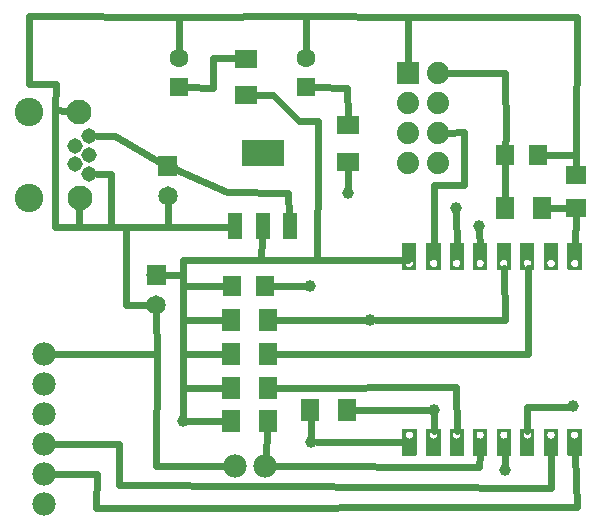
<source format=gtl>
G04 MADE WITH FRITZING*
G04 WWW.FRITZING.ORG*
G04 DOUBLE SIDED*
G04 HOLES PLATED*
G04 CONTOUR ON CENTER OF CONTOUR VECTOR*
%ASAXBY*%
%FSLAX23Y23*%
%MOIN*%
%OFA0B0*%
%SFA1.0B1.0*%
%ADD10C,0.082677*%
%ADD11C,0.074000*%
%ADD12C,0.039370*%
%ADD13C,0.062992*%
%ADD14C,0.051496*%
%ADD15C,0.094803*%
%ADD16C,0.078000*%
%ADD17C,0.065000*%
%ADD18R,0.074000X0.074000*%
%ADD19R,0.062992X0.062992*%
%ADD20R,0.062992X0.070866*%
%ADD21R,0.070866X0.062992*%
%ADD22R,0.062992X0.074803*%
%ADD23R,0.074803X0.062992*%
%ADD24R,0.048000X0.088000*%
%ADD25R,0.141732X0.086614*%
%ADD26C,0.024000*%
%ADD27R,0.001000X0.001000*%
%LNCOPPER1*%
G90*
G70*
G54D10*
X222Y1320D03*
X220Y1606D03*
G54D11*
X1416Y1737D03*
X1416Y1637D03*
X1416Y1537D03*
X1416Y1437D03*
X1316Y1737D03*
X1316Y1637D03*
X1316Y1537D03*
X1316Y1437D03*
G54D12*
X1553Y1225D03*
X1478Y1287D03*
G54D13*
X553Y1689D03*
X553Y1787D03*
X978Y1689D03*
X978Y1787D03*
G54D14*
X253Y1525D03*
X253Y1462D03*
X253Y1399D03*
X206Y1494D03*
X206Y1431D03*
G54D15*
X52Y1318D03*
X52Y1606D03*
G54D14*
X253Y1525D03*
X253Y1462D03*
X253Y1399D03*
X206Y1494D03*
X206Y1431D03*
G54D15*
X52Y1318D03*
X52Y1606D03*
G54D12*
X1403Y612D03*
X566Y575D03*
G54D16*
X841Y425D03*
X741Y425D03*
X103Y800D03*
X103Y700D03*
X103Y600D03*
X103Y500D03*
X103Y400D03*
X103Y300D03*
G54D12*
X991Y1025D03*
X994Y507D03*
X1866Y625D03*
X1116Y1337D03*
X1641Y412D03*
X1191Y912D03*
G54D17*
X516Y1325D03*
X516Y1425D03*
X516Y1325D03*
X516Y1425D03*
X478Y962D03*
X478Y1062D03*
X478Y962D03*
X478Y1062D03*
G54D18*
X1316Y1737D03*
G54D19*
X553Y1689D03*
X978Y1689D03*
G54D20*
X1641Y1462D03*
X1751Y1462D03*
X841Y1025D03*
X731Y1025D03*
G54D21*
X1878Y1287D03*
X1878Y1397D03*
G54D22*
X1641Y1287D03*
X1763Y1287D03*
G54D23*
X778Y1662D03*
X778Y1784D03*
X1116Y1562D03*
X1116Y1440D03*
G54D22*
X728Y575D03*
X850Y575D03*
X991Y612D03*
X1113Y612D03*
X728Y912D03*
X850Y912D03*
X728Y800D03*
X850Y800D03*
X728Y687D03*
X850Y687D03*
G54D24*
X741Y1225D03*
X832Y1225D03*
X923Y1225D03*
G54D25*
X832Y1469D03*
G54D26*
X479Y799D02*
X133Y800D01*
D02*
X141Y1612D02*
X179Y1609D01*
D02*
X221Y1223D02*
X221Y1279D01*
D02*
X516Y1224D02*
X722Y1224D01*
D02*
X1503Y1363D02*
X1503Y1538D01*
D02*
X1503Y1538D02*
X1447Y1537D01*
D02*
X1403Y1363D02*
X1503Y1363D01*
D02*
X1641Y1432D02*
X1641Y1319D01*
D02*
X1554Y424D02*
X871Y425D01*
D02*
X1556Y466D02*
X1554Y424D01*
D02*
X1878Y1462D02*
X1878Y1423D01*
D02*
X1879Y1923D02*
X1878Y1462D01*
D02*
X848Y543D02*
X843Y455D01*
D02*
X1316Y1923D02*
X1879Y1923D01*
D02*
X1877Y1261D02*
X1875Y1163D01*
D02*
X541Y426D02*
X711Y425D01*
D02*
X1639Y466D02*
X1640Y431D01*
D02*
X355Y363D02*
X355Y500D01*
D02*
X279Y399D02*
X277Y287D01*
D02*
X133Y399D02*
X279Y399D01*
D02*
X1403Y593D02*
X1403Y543D01*
D02*
X355Y500D02*
X133Y500D01*
D02*
X1715Y623D02*
X1715Y543D01*
D02*
X1847Y624D02*
X1715Y623D01*
D02*
X1116Y1356D02*
X1116Y1414D01*
D02*
X972Y1025D02*
X867Y1025D01*
D02*
X1013Y506D02*
X1304Y505D01*
D02*
X1316Y1113D02*
X1322Y1125D01*
D02*
X567Y686D02*
X702Y687D01*
D02*
X567Y686D02*
X566Y594D01*
D02*
X567Y800D02*
X567Y686D01*
D02*
X567Y911D02*
X702Y912D01*
D02*
X1015Y1113D02*
X1316Y1113D01*
D02*
X929Y912D02*
X876Y912D01*
D02*
X1172Y912D02*
X929Y912D01*
D02*
X1848Y1287D02*
X1789Y1287D01*
D02*
X1777Y1462D02*
X1878Y1462D01*
D02*
X1384Y612D02*
X1139Y612D01*
D02*
X992Y600D02*
X991Y612D01*
D02*
X993Y525D02*
X992Y600D01*
D02*
X567Y1025D02*
X705Y1025D01*
D02*
X585Y575D02*
X702Y575D01*
D02*
X1017Y1575D02*
X1017Y1450D01*
D02*
X954Y1575D02*
X1017Y1575D01*
D02*
X978Y1925D02*
X1316Y1923D01*
D02*
X555Y1923D02*
X978Y1925D01*
D02*
X1316Y1923D02*
X1316Y1768D01*
D02*
X1556Y1163D02*
X1554Y1206D01*
D02*
X1479Y1163D02*
X1478Y1268D01*
D02*
X1403Y1163D02*
X1403Y1363D01*
D02*
X1717Y800D02*
X1716Y1086D01*
D02*
X916Y799D02*
X1717Y800D01*
D02*
X876Y799D02*
X916Y799D01*
D02*
X1015Y1113D02*
X828Y1112D01*
D02*
X1017Y1450D02*
X1015Y1113D01*
D02*
X567Y1111D02*
X828Y1112D01*
D02*
X567Y1061D02*
X567Y1111D01*
D02*
X1477Y688D02*
X1479Y543D01*
D02*
X876Y687D02*
X1477Y688D01*
D02*
X1641Y911D02*
X1638Y1086D01*
D02*
X1210Y912D02*
X1641Y911D01*
D02*
X555Y1923D02*
X554Y1814D01*
D02*
X978Y1925D02*
X978Y1814D01*
D02*
X1115Y1687D02*
X1005Y1688D01*
D02*
X1116Y1588D02*
X1115Y1687D01*
D02*
X1792Y351D02*
X1794Y466D01*
D02*
X355Y363D02*
X1792Y351D01*
D02*
X1879Y288D02*
X1874Y466D01*
D02*
X277Y287D02*
X1879Y288D01*
D02*
X867Y1661D02*
X810Y1662D01*
D02*
X954Y1575D02*
X867Y1661D01*
D02*
X667Y1686D02*
X667Y1786D01*
D02*
X667Y1786D02*
X746Y1785D01*
D02*
X580Y1688D02*
X667Y1686D01*
D02*
X1642Y1525D02*
X1641Y1737D01*
D02*
X1641Y1737D02*
X1447Y1737D01*
D02*
X1641Y1492D02*
X1642Y1525D01*
D02*
X567Y1061D02*
X503Y1062D01*
D02*
X377Y963D02*
X378Y1061D01*
D02*
X453Y962D02*
X377Y963D01*
D02*
X479Y799D02*
X476Y427D01*
D02*
X478Y937D02*
X479Y799D01*
D02*
X378Y1224D02*
X516Y1224D01*
D02*
X516Y1224D02*
X516Y1300D01*
D02*
X378Y1061D02*
X378Y1224D01*
D02*
X328Y1399D02*
X280Y1399D01*
D02*
X328Y1223D02*
X328Y1399D01*
D02*
X280Y1525D02*
X340Y1526D01*
D02*
X221Y1223D02*
X328Y1223D01*
D02*
X141Y1224D02*
X221Y1223D01*
D02*
X141Y1612D02*
X141Y1224D01*
D02*
X142Y1700D02*
X141Y1612D01*
D02*
X53Y1700D02*
X142Y1700D01*
D02*
X53Y1925D02*
X53Y1700D01*
D02*
X555Y1923D02*
X53Y1925D01*
D02*
X567Y1025D02*
X567Y1061D01*
D02*
X567Y911D02*
X567Y1025D01*
D02*
X567Y800D02*
X567Y911D01*
D02*
X702Y800D02*
X567Y800D01*
D02*
X476Y427D02*
X541Y426D01*
D02*
X494Y1437D02*
X340Y1526D01*
D02*
X828Y1112D02*
X831Y1186D01*
D02*
X714Y1338D02*
X539Y1415D01*
D02*
X916Y1337D02*
X714Y1338D01*
D02*
X921Y1263D02*
X916Y1337D01*
D02*
X378Y1224D02*
X328Y1223D01*
G54D27*
X483Y1457D02*
X547Y1457D01*
X483Y1456D02*
X547Y1456D01*
X483Y1455D02*
X547Y1455D01*
X483Y1454D02*
X547Y1454D01*
X483Y1453D02*
X547Y1453D01*
X483Y1452D02*
X547Y1452D01*
X483Y1451D02*
X547Y1451D01*
X483Y1450D02*
X547Y1450D01*
X483Y1449D02*
X547Y1449D01*
X483Y1448D02*
X547Y1448D01*
X483Y1447D02*
X547Y1447D01*
X483Y1446D02*
X547Y1446D01*
X483Y1445D02*
X547Y1445D01*
X483Y1444D02*
X547Y1444D01*
X483Y1443D02*
X547Y1443D01*
X483Y1442D02*
X547Y1442D01*
X483Y1441D02*
X547Y1441D01*
X483Y1440D02*
X547Y1440D01*
X483Y1439D02*
X547Y1439D01*
X483Y1438D02*
X511Y1438D01*
X520Y1438D02*
X547Y1438D01*
X483Y1437D02*
X508Y1437D01*
X522Y1437D02*
X547Y1437D01*
X483Y1436D02*
X507Y1436D01*
X524Y1436D02*
X547Y1436D01*
X483Y1435D02*
X505Y1435D01*
X525Y1435D02*
X547Y1435D01*
X483Y1434D02*
X504Y1434D01*
X526Y1434D02*
X547Y1434D01*
X483Y1433D02*
X504Y1433D01*
X527Y1433D02*
X547Y1433D01*
X483Y1432D02*
X503Y1432D01*
X527Y1432D02*
X547Y1432D01*
X483Y1431D02*
X502Y1431D01*
X528Y1431D02*
X547Y1431D01*
X483Y1430D02*
X502Y1430D01*
X528Y1430D02*
X547Y1430D01*
X483Y1429D02*
X502Y1429D01*
X529Y1429D02*
X547Y1429D01*
X483Y1428D02*
X501Y1428D01*
X529Y1428D02*
X547Y1428D01*
X483Y1427D02*
X501Y1427D01*
X529Y1427D02*
X547Y1427D01*
X483Y1426D02*
X501Y1426D01*
X529Y1426D02*
X547Y1426D01*
X483Y1425D02*
X501Y1425D01*
X529Y1425D02*
X547Y1425D01*
X483Y1424D02*
X501Y1424D01*
X529Y1424D02*
X547Y1424D01*
X483Y1423D02*
X501Y1423D01*
X529Y1423D02*
X547Y1423D01*
X483Y1422D02*
X501Y1422D01*
X529Y1422D02*
X547Y1422D01*
X483Y1421D02*
X501Y1421D01*
X529Y1421D02*
X547Y1421D01*
X483Y1420D02*
X502Y1420D01*
X528Y1420D02*
X547Y1420D01*
X483Y1419D02*
X502Y1419D01*
X528Y1419D02*
X547Y1419D01*
X483Y1418D02*
X503Y1418D01*
X528Y1418D02*
X547Y1418D01*
X483Y1417D02*
X503Y1417D01*
X527Y1417D02*
X547Y1417D01*
X483Y1416D02*
X504Y1416D01*
X526Y1416D02*
X547Y1416D01*
X483Y1415D02*
X505Y1415D01*
X525Y1415D02*
X547Y1415D01*
X483Y1414D02*
X506Y1414D01*
X524Y1414D02*
X547Y1414D01*
X483Y1413D02*
X508Y1413D01*
X523Y1413D02*
X547Y1413D01*
X483Y1412D02*
X510Y1412D01*
X520Y1412D02*
X547Y1412D01*
X483Y1411D02*
X547Y1411D01*
X483Y1410D02*
X547Y1410D01*
X483Y1409D02*
X547Y1409D01*
X483Y1408D02*
X547Y1408D01*
X483Y1407D02*
X547Y1407D01*
X483Y1406D02*
X547Y1406D01*
X483Y1405D02*
X547Y1405D01*
X483Y1404D02*
X547Y1404D01*
X483Y1403D02*
X547Y1403D01*
X483Y1402D02*
X547Y1402D01*
X483Y1401D02*
X547Y1401D01*
X483Y1400D02*
X547Y1400D01*
X483Y1399D02*
X547Y1399D01*
X483Y1398D02*
X547Y1398D01*
X483Y1397D02*
X547Y1397D01*
X483Y1396D02*
X547Y1396D01*
X483Y1395D02*
X547Y1395D01*
X483Y1394D02*
X547Y1394D01*
X483Y1393D02*
X547Y1393D01*
X1299Y1169D02*
X1344Y1169D01*
X1379Y1169D02*
X1425Y1169D01*
X1456Y1169D02*
X1502Y1169D01*
X1535Y1169D02*
X1580Y1169D01*
X1613Y1169D02*
X1659Y1169D01*
X1692Y1169D02*
X1738Y1169D01*
X1771Y1169D02*
X1817Y1169D01*
X1850Y1169D02*
X1895Y1169D01*
X1298Y1168D02*
X1344Y1168D01*
X1379Y1168D02*
X1426Y1168D01*
X1456Y1168D02*
X1502Y1168D01*
X1534Y1168D02*
X1581Y1168D01*
X1613Y1168D02*
X1659Y1168D01*
X1692Y1168D02*
X1738Y1168D01*
X1771Y1168D02*
X1817Y1168D01*
X1849Y1168D02*
X1896Y1168D01*
X1298Y1167D02*
X1344Y1167D01*
X1379Y1167D02*
X1426Y1167D01*
X1456Y1167D02*
X1502Y1167D01*
X1534Y1167D02*
X1581Y1167D01*
X1613Y1167D02*
X1659Y1167D01*
X1692Y1167D02*
X1738Y1167D01*
X1771Y1167D02*
X1817Y1167D01*
X1849Y1167D02*
X1896Y1167D01*
X1298Y1166D02*
X1344Y1166D01*
X1379Y1166D02*
X1426Y1166D01*
X1456Y1166D02*
X1502Y1166D01*
X1534Y1166D02*
X1581Y1166D01*
X1613Y1166D02*
X1659Y1166D01*
X1692Y1166D02*
X1738Y1166D01*
X1771Y1166D02*
X1817Y1166D01*
X1849Y1166D02*
X1896Y1166D01*
X1298Y1165D02*
X1344Y1165D01*
X1379Y1165D02*
X1426Y1165D01*
X1456Y1165D02*
X1502Y1165D01*
X1534Y1165D02*
X1581Y1165D01*
X1613Y1165D02*
X1659Y1165D01*
X1692Y1165D02*
X1738Y1165D01*
X1771Y1165D02*
X1817Y1165D01*
X1849Y1165D02*
X1896Y1165D01*
X1298Y1164D02*
X1344Y1164D01*
X1379Y1164D02*
X1426Y1164D01*
X1456Y1164D02*
X1502Y1164D01*
X1534Y1164D02*
X1581Y1164D01*
X1613Y1164D02*
X1659Y1164D01*
X1692Y1164D02*
X1738Y1164D01*
X1771Y1164D02*
X1817Y1164D01*
X1849Y1164D02*
X1896Y1164D01*
X1298Y1163D02*
X1344Y1163D01*
X1379Y1163D02*
X1426Y1163D01*
X1456Y1163D02*
X1502Y1163D01*
X1534Y1163D02*
X1581Y1163D01*
X1613Y1163D02*
X1659Y1163D01*
X1692Y1163D02*
X1738Y1163D01*
X1771Y1163D02*
X1817Y1163D01*
X1849Y1163D02*
X1896Y1163D01*
X1298Y1162D02*
X1344Y1162D01*
X1379Y1162D02*
X1426Y1162D01*
X1456Y1162D02*
X1502Y1162D01*
X1534Y1162D02*
X1581Y1162D01*
X1613Y1162D02*
X1659Y1162D01*
X1692Y1162D02*
X1738Y1162D01*
X1771Y1162D02*
X1817Y1162D01*
X1849Y1162D02*
X1896Y1162D01*
X1298Y1161D02*
X1344Y1161D01*
X1379Y1161D02*
X1426Y1161D01*
X1456Y1161D02*
X1502Y1161D01*
X1534Y1161D02*
X1581Y1161D01*
X1613Y1161D02*
X1659Y1161D01*
X1692Y1161D02*
X1738Y1161D01*
X1771Y1161D02*
X1817Y1161D01*
X1849Y1161D02*
X1896Y1161D01*
X1298Y1160D02*
X1344Y1160D01*
X1379Y1160D02*
X1426Y1160D01*
X1456Y1160D02*
X1502Y1160D01*
X1534Y1160D02*
X1581Y1160D01*
X1613Y1160D02*
X1659Y1160D01*
X1692Y1160D02*
X1738Y1160D01*
X1771Y1160D02*
X1817Y1160D01*
X1849Y1160D02*
X1896Y1160D01*
X1298Y1159D02*
X1344Y1159D01*
X1379Y1159D02*
X1426Y1159D01*
X1456Y1159D02*
X1502Y1159D01*
X1534Y1159D02*
X1581Y1159D01*
X1613Y1159D02*
X1659Y1159D01*
X1692Y1159D02*
X1738Y1159D01*
X1771Y1159D02*
X1817Y1159D01*
X1849Y1159D02*
X1896Y1159D01*
X1298Y1158D02*
X1344Y1158D01*
X1379Y1158D02*
X1426Y1158D01*
X1456Y1158D02*
X1502Y1158D01*
X1534Y1158D02*
X1581Y1158D01*
X1613Y1158D02*
X1659Y1158D01*
X1692Y1158D02*
X1738Y1158D01*
X1771Y1158D02*
X1817Y1158D01*
X1849Y1158D02*
X1896Y1158D01*
X1298Y1157D02*
X1344Y1157D01*
X1379Y1157D02*
X1426Y1157D01*
X1456Y1157D02*
X1502Y1157D01*
X1534Y1157D02*
X1581Y1157D01*
X1613Y1157D02*
X1659Y1157D01*
X1692Y1157D02*
X1738Y1157D01*
X1771Y1157D02*
X1817Y1157D01*
X1849Y1157D02*
X1896Y1157D01*
X1298Y1156D02*
X1344Y1156D01*
X1379Y1156D02*
X1426Y1156D01*
X1456Y1156D02*
X1502Y1156D01*
X1534Y1156D02*
X1581Y1156D01*
X1613Y1156D02*
X1659Y1156D01*
X1692Y1156D02*
X1738Y1156D01*
X1771Y1156D02*
X1817Y1156D01*
X1849Y1156D02*
X1896Y1156D01*
X1298Y1155D02*
X1344Y1155D01*
X1379Y1155D02*
X1426Y1155D01*
X1456Y1155D02*
X1502Y1155D01*
X1534Y1155D02*
X1581Y1155D01*
X1613Y1155D02*
X1659Y1155D01*
X1692Y1155D02*
X1738Y1155D01*
X1771Y1155D02*
X1817Y1155D01*
X1849Y1155D02*
X1896Y1155D01*
X1298Y1154D02*
X1344Y1154D01*
X1379Y1154D02*
X1426Y1154D01*
X1456Y1154D02*
X1502Y1154D01*
X1534Y1154D02*
X1581Y1154D01*
X1613Y1154D02*
X1659Y1154D01*
X1692Y1154D02*
X1738Y1154D01*
X1771Y1154D02*
X1817Y1154D01*
X1849Y1154D02*
X1896Y1154D01*
X1298Y1153D02*
X1344Y1153D01*
X1379Y1153D02*
X1426Y1153D01*
X1456Y1153D02*
X1502Y1153D01*
X1534Y1153D02*
X1581Y1153D01*
X1613Y1153D02*
X1659Y1153D01*
X1692Y1153D02*
X1738Y1153D01*
X1771Y1153D02*
X1817Y1153D01*
X1849Y1153D02*
X1896Y1153D01*
X1298Y1152D02*
X1344Y1152D01*
X1379Y1152D02*
X1426Y1152D01*
X1456Y1152D02*
X1502Y1152D01*
X1534Y1152D02*
X1581Y1152D01*
X1613Y1152D02*
X1659Y1152D01*
X1692Y1152D02*
X1738Y1152D01*
X1771Y1152D02*
X1817Y1152D01*
X1849Y1152D02*
X1896Y1152D01*
X1298Y1151D02*
X1344Y1151D01*
X1379Y1151D02*
X1426Y1151D01*
X1456Y1151D02*
X1502Y1151D01*
X1534Y1151D02*
X1581Y1151D01*
X1613Y1151D02*
X1659Y1151D01*
X1692Y1151D02*
X1738Y1151D01*
X1771Y1151D02*
X1817Y1151D01*
X1849Y1151D02*
X1896Y1151D01*
X1298Y1150D02*
X1344Y1150D01*
X1379Y1150D02*
X1426Y1150D01*
X1456Y1150D02*
X1502Y1150D01*
X1534Y1150D02*
X1581Y1150D01*
X1613Y1150D02*
X1659Y1150D01*
X1692Y1150D02*
X1738Y1150D01*
X1771Y1150D02*
X1817Y1150D01*
X1849Y1150D02*
X1896Y1150D01*
X1298Y1149D02*
X1344Y1149D01*
X1379Y1149D02*
X1426Y1149D01*
X1456Y1149D02*
X1502Y1149D01*
X1534Y1149D02*
X1581Y1149D01*
X1613Y1149D02*
X1659Y1149D01*
X1692Y1149D02*
X1738Y1149D01*
X1771Y1149D02*
X1817Y1149D01*
X1849Y1149D02*
X1896Y1149D01*
X1298Y1148D02*
X1344Y1148D01*
X1379Y1148D02*
X1426Y1148D01*
X1456Y1148D02*
X1502Y1148D01*
X1534Y1148D02*
X1581Y1148D01*
X1613Y1148D02*
X1659Y1148D01*
X1692Y1148D02*
X1738Y1148D01*
X1771Y1148D02*
X1817Y1148D01*
X1849Y1148D02*
X1896Y1148D01*
X1298Y1147D02*
X1344Y1147D01*
X1379Y1147D02*
X1426Y1147D01*
X1456Y1147D02*
X1502Y1147D01*
X1534Y1147D02*
X1581Y1147D01*
X1613Y1147D02*
X1659Y1147D01*
X1692Y1147D02*
X1738Y1147D01*
X1771Y1147D02*
X1817Y1147D01*
X1849Y1147D02*
X1896Y1147D01*
X1298Y1146D02*
X1344Y1146D01*
X1379Y1146D02*
X1426Y1146D01*
X1456Y1146D02*
X1502Y1146D01*
X1534Y1146D02*
X1581Y1146D01*
X1613Y1146D02*
X1659Y1146D01*
X1692Y1146D02*
X1738Y1146D01*
X1771Y1146D02*
X1817Y1146D01*
X1849Y1146D02*
X1896Y1146D01*
X1298Y1145D02*
X1344Y1145D01*
X1379Y1145D02*
X1426Y1145D01*
X1456Y1145D02*
X1502Y1145D01*
X1534Y1145D02*
X1581Y1145D01*
X1613Y1145D02*
X1659Y1145D01*
X1692Y1145D02*
X1738Y1145D01*
X1771Y1145D02*
X1817Y1145D01*
X1849Y1145D02*
X1896Y1145D01*
X1298Y1144D02*
X1344Y1144D01*
X1379Y1144D02*
X1426Y1144D01*
X1456Y1144D02*
X1502Y1144D01*
X1534Y1144D02*
X1581Y1144D01*
X1613Y1144D02*
X1659Y1144D01*
X1692Y1144D02*
X1738Y1144D01*
X1771Y1144D02*
X1817Y1144D01*
X1849Y1144D02*
X1896Y1144D01*
X1298Y1143D02*
X1344Y1143D01*
X1379Y1143D02*
X1426Y1143D01*
X1456Y1143D02*
X1502Y1143D01*
X1534Y1143D02*
X1581Y1143D01*
X1613Y1143D02*
X1659Y1143D01*
X1692Y1143D02*
X1738Y1143D01*
X1771Y1143D02*
X1817Y1143D01*
X1849Y1143D02*
X1896Y1143D01*
X1298Y1142D02*
X1344Y1142D01*
X1379Y1142D02*
X1426Y1142D01*
X1456Y1142D02*
X1502Y1142D01*
X1534Y1142D02*
X1581Y1142D01*
X1613Y1142D02*
X1659Y1142D01*
X1692Y1142D02*
X1738Y1142D01*
X1771Y1142D02*
X1817Y1142D01*
X1849Y1142D02*
X1896Y1142D01*
X1298Y1141D02*
X1344Y1141D01*
X1379Y1141D02*
X1426Y1141D01*
X1456Y1141D02*
X1502Y1141D01*
X1534Y1141D02*
X1581Y1141D01*
X1613Y1141D02*
X1659Y1141D01*
X1692Y1141D02*
X1738Y1141D01*
X1771Y1141D02*
X1817Y1141D01*
X1849Y1141D02*
X1896Y1141D01*
X1298Y1140D02*
X1344Y1140D01*
X1379Y1140D02*
X1426Y1140D01*
X1456Y1140D02*
X1502Y1140D01*
X1534Y1140D02*
X1581Y1140D01*
X1613Y1140D02*
X1659Y1140D01*
X1692Y1140D02*
X1738Y1140D01*
X1771Y1140D02*
X1817Y1140D01*
X1849Y1140D02*
X1896Y1140D01*
X1298Y1139D02*
X1344Y1139D01*
X1379Y1139D02*
X1426Y1139D01*
X1456Y1139D02*
X1502Y1139D01*
X1534Y1139D02*
X1581Y1139D01*
X1613Y1139D02*
X1659Y1139D01*
X1692Y1139D02*
X1738Y1139D01*
X1771Y1139D02*
X1817Y1139D01*
X1849Y1139D02*
X1896Y1139D01*
X1298Y1138D02*
X1344Y1138D01*
X1379Y1138D02*
X1426Y1138D01*
X1456Y1138D02*
X1502Y1138D01*
X1534Y1138D02*
X1581Y1138D01*
X1613Y1138D02*
X1659Y1138D01*
X1692Y1138D02*
X1738Y1138D01*
X1771Y1138D02*
X1817Y1138D01*
X1849Y1138D02*
X1896Y1138D01*
X1298Y1137D02*
X1344Y1137D01*
X1379Y1137D02*
X1426Y1137D01*
X1456Y1137D02*
X1502Y1137D01*
X1534Y1137D02*
X1581Y1137D01*
X1613Y1137D02*
X1659Y1137D01*
X1692Y1137D02*
X1738Y1137D01*
X1771Y1137D02*
X1817Y1137D01*
X1849Y1137D02*
X1896Y1137D01*
X1298Y1136D02*
X1344Y1136D01*
X1379Y1136D02*
X1426Y1136D01*
X1456Y1136D02*
X1502Y1136D01*
X1534Y1136D02*
X1581Y1136D01*
X1613Y1136D02*
X1659Y1136D01*
X1692Y1136D02*
X1738Y1136D01*
X1771Y1136D02*
X1817Y1136D01*
X1849Y1136D02*
X1896Y1136D01*
X1298Y1135D02*
X1344Y1135D01*
X1379Y1135D02*
X1426Y1135D01*
X1456Y1135D02*
X1502Y1135D01*
X1534Y1135D02*
X1581Y1135D01*
X1613Y1135D02*
X1659Y1135D01*
X1692Y1135D02*
X1738Y1135D01*
X1771Y1135D02*
X1817Y1135D01*
X1849Y1135D02*
X1896Y1135D01*
X1298Y1134D02*
X1344Y1134D01*
X1379Y1134D02*
X1426Y1134D01*
X1456Y1134D02*
X1502Y1134D01*
X1534Y1134D02*
X1581Y1134D01*
X1613Y1134D02*
X1659Y1134D01*
X1692Y1134D02*
X1738Y1134D01*
X1771Y1134D02*
X1817Y1134D01*
X1849Y1134D02*
X1896Y1134D01*
X1298Y1133D02*
X1344Y1133D01*
X1379Y1133D02*
X1426Y1133D01*
X1456Y1133D02*
X1502Y1133D01*
X1534Y1133D02*
X1581Y1133D01*
X1613Y1133D02*
X1659Y1133D01*
X1692Y1133D02*
X1738Y1133D01*
X1771Y1133D02*
X1817Y1133D01*
X1849Y1133D02*
X1896Y1133D01*
X1298Y1132D02*
X1344Y1132D01*
X1379Y1132D02*
X1426Y1132D01*
X1456Y1132D02*
X1502Y1132D01*
X1534Y1132D02*
X1581Y1132D01*
X1613Y1132D02*
X1659Y1132D01*
X1692Y1132D02*
X1738Y1132D01*
X1771Y1132D02*
X1817Y1132D01*
X1849Y1132D02*
X1896Y1132D01*
X1298Y1131D02*
X1344Y1131D01*
X1379Y1131D02*
X1426Y1131D01*
X1456Y1131D02*
X1502Y1131D01*
X1534Y1131D02*
X1581Y1131D01*
X1613Y1131D02*
X1659Y1131D01*
X1692Y1131D02*
X1738Y1131D01*
X1771Y1131D02*
X1817Y1131D01*
X1849Y1131D02*
X1896Y1131D01*
X1298Y1130D02*
X1344Y1130D01*
X1379Y1130D02*
X1426Y1130D01*
X1456Y1130D02*
X1502Y1130D01*
X1534Y1130D02*
X1581Y1130D01*
X1613Y1130D02*
X1659Y1130D01*
X1692Y1130D02*
X1738Y1130D01*
X1771Y1130D02*
X1817Y1130D01*
X1849Y1130D02*
X1896Y1130D01*
X1298Y1129D02*
X1344Y1129D01*
X1379Y1129D02*
X1426Y1129D01*
X1456Y1129D02*
X1502Y1129D01*
X1534Y1129D02*
X1581Y1129D01*
X1613Y1129D02*
X1659Y1129D01*
X1692Y1129D02*
X1738Y1129D01*
X1771Y1129D02*
X1817Y1129D01*
X1849Y1129D02*
X1896Y1129D01*
X1298Y1128D02*
X1344Y1128D01*
X1379Y1128D02*
X1426Y1128D01*
X1456Y1128D02*
X1502Y1128D01*
X1534Y1128D02*
X1581Y1128D01*
X1613Y1128D02*
X1659Y1128D01*
X1692Y1128D02*
X1738Y1128D01*
X1771Y1128D02*
X1817Y1128D01*
X1849Y1128D02*
X1896Y1128D01*
X1298Y1127D02*
X1344Y1127D01*
X1379Y1127D02*
X1426Y1127D01*
X1456Y1127D02*
X1502Y1127D01*
X1534Y1127D02*
X1581Y1127D01*
X1613Y1127D02*
X1659Y1127D01*
X1692Y1127D02*
X1738Y1127D01*
X1771Y1127D02*
X1817Y1127D01*
X1849Y1127D02*
X1896Y1127D01*
X1298Y1126D02*
X1344Y1126D01*
X1379Y1126D02*
X1426Y1126D01*
X1456Y1126D02*
X1502Y1126D01*
X1534Y1126D02*
X1581Y1126D01*
X1613Y1126D02*
X1659Y1126D01*
X1692Y1126D02*
X1738Y1126D01*
X1771Y1126D02*
X1817Y1126D01*
X1849Y1126D02*
X1896Y1126D01*
X1298Y1125D02*
X1344Y1125D01*
X1379Y1125D02*
X1426Y1125D01*
X1456Y1125D02*
X1502Y1125D01*
X1534Y1125D02*
X1581Y1125D01*
X1613Y1125D02*
X1659Y1125D01*
X1692Y1125D02*
X1738Y1125D01*
X1771Y1125D02*
X1817Y1125D01*
X1849Y1125D02*
X1896Y1125D01*
X1298Y1124D02*
X1344Y1124D01*
X1379Y1124D02*
X1426Y1124D01*
X1456Y1124D02*
X1502Y1124D01*
X1534Y1124D02*
X1581Y1124D01*
X1613Y1124D02*
X1659Y1124D01*
X1692Y1124D02*
X1738Y1124D01*
X1771Y1124D02*
X1817Y1124D01*
X1849Y1124D02*
X1896Y1124D01*
X1298Y1123D02*
X1344Y1123D01*
X1379Y1123D02*
X1426Y1123D01*
X1456Y1123D02*
X1502Y1123D01*
X1534Y1123D02*
X1581Y1123D01*
X1613Y1123D02*
X1659Y1123D01*
X1692Y1123D02*
X1738Y1123D01*
X1771Y1123D02*
X1817Y1123D01*
X1849Y1123D02*
X1896Y1123D01*
X1298Y1122D02*
X1344Y1122D01*
X1379Y1122D02*
X1426Y1122D01*
X1456Y1122D02*
X1502Y1122D01*
X1534Y1122D02*
X1581Y1122D01*
X1613Y1122D02*
X1659Y1122D01*
X1692Y1122D02*
X1738Y1122D01*
X1771Y1122D02*
X1817Y1122D01*
X1849Y1122D02*
X1896Y1122D01*
X1298Y1121D02*
X1344Y1121D01*
X1379Y1121D02*
X1426Y1121D01*
X1456Y1121D02*
X1502Y1121D01*
X1534Y1121D02*
X1581Y1121D01*
X1613Y1121D02*
X1659Y1121D01*
X1692Y1121D02*
X1738Y1121D01*
X1771Y1121D02*
X1817Y1121D01*
X1849Y1121D02*
X1896Y1121D01*
X1298Y1120D02*
X1344Y1120D01*
X1379Y1120D02*
X1426Y1120D01*
X1456Y1120D02*
X1502Y1120D01*
X1534Y1120D02*
X1581Y1120D01*
X1613Y1120D02*
X1659Y1120D01*
X1692Y1120D02*
X1738Y1120D01*
X1771Y1120D02*
X1817Y1120D01*
X1849Y1120D02*
X1896Y1120D01*
X1298Y1119D02*
X1344Y1119D01*
X1379Y1119D02*
X1426Y1119D01*
X1456Y1119D02*
X1502Y1119D01*
X1534Y1119D02*
X1581Y1119D01*
X1613Y1119D02*
X1659Y1119D01*
X1692Y1119D02*
X1738Y1119D01*
X1771Y1119D02*
X1817Y1119D01*
X1849Y1119D02*
X1896Y1119D01*
X1298Y1118D02*
X1344Y1118D01*
X1379Y1118D02*
X1426Y1118D01*
X1456Y1118D02*
X1502Y1118D01*
X1534Y1118D02*
X1581Y1118D01*
X1613Y1118D02*
X1659Y1118D01*
X1692Y1118D02*
X1738Y1118D01*
X1771Y1118D02*
X1817Y1118D01*
X1849Y1118D02*
X1896Y1118D01*
X1298Y1117D02*
X1344Y1117D01*
X1379Y1117D02*
X1426Y1117D01*
X1456Y1117D02*
X1502Y1117D01*
X1534Y1117D02*
X1581Y1117D01*
X1613Y1117D02*
X1659Y1117D01*
X1692Y1117D02*
X1738Y1117D01*
X1771Y1117D02*
X1817Y1117D01*
X1849Y1117D02*
X1896Y1117D01*
X1298Y1116D02*
X1344Y1116D01*
X1379Y1116D02*
X1426Y1116D01*
X1456Y1116D02*
X1502Y1116D01*
X1534Y1116D02*
X1581Y1116D01*
X1613Y1116D02*
X1659Y1116D01*
X1692Y1116D02*
X1738Y1116D01*
X1771Y1116D02*
X1817Y1116D01*
X1849Y1116D02*
X1896Y1116D01*
X1298Y1115D02*
X1344Y1115D01*
X1379Y1115D02*
X1426Y1115D01*
X1456Y1115D02*
X1502Y1115D01*
X1534Y1115D02*
X1581Y1115D01*
X1613Y1115D02*
X1659Y1115D01*
X1692Y1115D02*
X1738Y1115D01*
X1771Y1115D02*
X1817Y1115D01*
X1849Y1115D02*
X1896Y1115D01*
X1298Y1114D02*
X1344Y1114D01*
X1379Y1114D02*
X1426Y1114D01*
X1456Y1114D02*
X1502Y1114D01*
X1534Y1114D02*
X1581Y1114D01*
X1613Y1114D02*
X1659Y1114D01*
X1692Y1114D02*
X1738Y1114D01*
X1771Y1114D02*
X1817Y1114D01*
X1849Y1114D02*
X1896Y1114D01*
X1298Y1113D02*
X1320Y1113D01*
X1323Y1113D02*
X1344Y1113D01*
X1379Y1113D02*
X1401Y1113D01*
X1404Y1113D02*
X1426Y1113D01*
X1456Y1113D02*
X1477Y1113D01*
X1481Y1113D02*
X1502Y1113D01*
X1534Y1113D02*
X1556Y1113D01*
X1559Y1113D02*
X1581Y1113D01*
X1613Y1113D02*
X1635Y1113D01*
X1637Y1113D02*
X1659Y1113D01*
X1692Y1113D02*
X1714Y1113D01*
X1716Y1113D02*
X1738Y1113D01*
X1771Y1113D02*
X1792Y1113D01*
X1796Y1113D02*
X1817Y1113D01*
X1849Y1113D02*
X1871Y1113D01*
X1874Y1113D02*
X1896Y1113D01*
X1298Y1112D02*
X1316Y1112D01*
X1327Y1112D02*
X1344Y1112D01*
X1379Y1112D02*
X1397Y1112D01*
X1408Y1112D02*
X1426Y1112D01*
X1456Y1112D02*
X1473Y1112D01*
X1484Y1112D02*
X1502Y1112D01*
X1534Y1112D02*
X1552Y1112D01*
X1563Y1112D02*
X1581Y1112D01*
X1613Y1112D02*
X1631Y1112D01*
X1642Y1112D02*
X1659Y1112D01*
X1692Y1112D02*
X1710Y1112D01*
X1720Y1112D02*
X1738Y1112D01*
X1771Y1112D02*
X1788Y1112D01*
X1799Y1112D02*
X1817Y1112D01*
X1849Y1112D02*
X1867Y1112D01*
X1878Y1112D02*
X1896Y1112D01*
X1298Y1111D02*
X1314Y1111D01*
X1329Y1111D02*
X1344Y1111D01*
X1379Y1111D02*
X1395Y1111D01*
X1410Y1111D02*
X1426Y1111D01*
X1456Y1111D02*
X1472Y1111D01*
X1486Y1111D02*
X1502Y1111D01*
X1534Y1111D02*
X1550Y1111D01*
X1565Y1111D02*
X1581Y1111D01*
X1613Y1111D02*
X1629Y1111D01*
X1644Y1111D02*
X1659Y1111D01*
X1692Y1111D02*
X1708Y1111D01*
X1722Y1111D02*
X1738Y1111D01*
X1771Y1111D02*
X1786Y1111D01*
X1801Y1111D02*
X1817Y1111D01*
X1849Y1111D02*
X1865Y1111D01*
X1880Y1111D02*
X1896Y1111D01*
X1298Y1110D02*
X1313Y1110D01*
X1330Y1110D02*
X1344Y1110D01*
X1379Y1110D02*
X1394Y1110D01*
X1411Y1110D02*
X1426Y1110D01*
X1456Y1110D02*
X1470Y1110D01*
X1487Y1110D02*
X1502Y1110D01*
X1534Y1110D02*
X1549Y1110D01*
X1566Y1110D02*
X1581Y1110D01*
X1613Y1110D02*
X1628Y1110D01*
X1645Y1110D02*
X1659Y1110D01*
X1692Y1110D02*
X1706Y1110D01*
X1723Y1110D02*
X1738Y1110D01*
X1771Y1110D02*
X1785Y1110D01*
X1802Y1110D02*
X1817Y1110D01*
X1849Y1110D02*
X1864Y1110D01*
X1881Y1110D02*
X1896Y1110D01*
X1298Y1109D02*
X1312Y1109D01*
X1331Y1109D02*
X1344Y1109D01*
X1379Y1109D02*
X1393Y1109D01*
X1412Y1109D02*
X1426Y1109D01*
X1456Y1109D02*
X1469Y1109D01*
X1488Y1109D02*
X1502Y1109D01*
X1534Y1109D02*
X1548Y1109D01*
X1567Y1109D02*
X1581Y1109D01*
X1613Y1109D02*
X1627Y1109D01*
X1646Y1109D02*
X1659Y1109D01*
X1692Y1109D02*
X1705Y1109D01*
X1724Y1109D02*
X1738Y1109D01*
X1771Y1109D02*
X1784Y1109D01*
X1803Y1109D02*
X1817Y1109D01*
X1849Y1109D02*
X1863Y1109D01*
X1882Y1109D02*
X1896Y1109D01*
X1298Y1108D02*
X1311Y1108D01*
X1332Y1108D02*
X1344Y1108D01*
X1379Y1108D02*
X1392Y1108D01*
X1413Y1108D02*
X1426Y1108D01*
X1456Y1108D02*
X1469Y1108D01*
X1489Y1108D02*
X1502Y1108D01*
X1534Y1108D02*
X1547Y1108D01*
X1568Y1108D02*
X1581Y1108D01*
X1613Y1108D02*
X1626Y1108D01*
X1647Y1108D02*
X1659Y1108D01*
X1692Y1108D02*
X1705Y1108D01*
X1725Y1108D02*
X1738Y1108D01*
X1771Y1108D02*
X1783Y1108D01*
X1804Y1108D02*
X1817Y1108D01*
X1849Y1108D02*
X1862Y1108D01*
X1883Y1108D02*
X1896Y1108D01*
X1298Y1107D02*
X1310Y1107D01*
X1332Y1107D02*
X1344Y1107D01*
X1379Y1107D02*
X1391Y1107D01*
X1413Y1107D02*
X1426Y1107D01*
X1456Y1107D02*
X1468Y1107D01*
X1490Y1107D02*
X1502Y1107D01*
X1534Y1107D02*
X1547Y1107D01*
X1569Y1107D02*
X1581Y1107D01*
X1613Y1107D02*
X1625Y1107D01*
X1647Y1107D02*
X1659Y1107D01*
X1692Y1107D02*
X1704Y1107D01*
X1726Y1107D02*
X1738Y1107D01*
X1771Y1107D02*
X1783Y1107D01*
X1805Y1107D02*
X1817Y1107D01*
X1849Y1107D02*
X1862Y1107D01*
X1884Y1107D02*
X1896Y1107D01*
X1298Y1106D02*
X1310Y1106D01*
X1333Y1106D02*
X1344Y1106D01*
X1379Y1106D02*
X1391Y1106D01*
X1414Y1106D02*
X1426Y1106D01*
X1456Y1106D02*
X1467Y1106D01*
X1490Y1106D02*
X1502Y1106D01*
X1534Y1106D02*
X1546Y1106D01*
X1569Y1106D02*
X1581Y1106D01*
X1613Y1106D02*
X1625Y1106D01*
X1648Y1106D02*
X1659Y1106D01*
X1692Y1106D02*
X1703Y1106D01*
X1726Y1106D02*
X1738Y1106D01*
X1771Y1106D02*
X1782Y1106D01*
X1805Y1106D02*
X1817Y1106D01*
X1849Y1106D02*
X1861Y1106D01*
X1884Y1106D02*
X1896Y1106D01*
X1298Y1105D02*
X1309Y1105D01*
X1333Y1105D02*
X1344Y1105D01*
X1379Y1105D02*
X1390Y1105D01*
X1414Y1105D02*
X1426Y1105D01*
X1456Y1105D02*
X1467Y1105D01*
X1491Y1105D02*
X1502Y1105D01*
X1534Y1105D02*
X1546Y1105D01*
X1569Y1105D02*
X1581Y1105D01*
X1613Y1105D02*
X1624Y1105D01*
X1648Y1105D02*
X1659Y1105D01*
X1692Y1105D02*
X1703Y1105D01*
X1727Y1105D02*
X1738Y1105D01*
X1771Y1105D02*
X1782Y1105D01*
X1806Y1105D02*
X1817Y1105D01*
X1849Y1105D02*
X1861Y1105D01*
X1885Y1105D02*
X1896Y1105D01*
X1298Y1104D02*
X1309Y1104D01*
X1334Y1104D02*
X1344Y1104D01*
X1379Y1104D02*
X1390Y1104D01*
X1415Y1104D02*
X1426Y1104D01*
X1456Y1104D02*
X1467Y1104D01*
X1491Y1104D02*
X1502Y1104D01*
X1534Y1104D02*
X1545Y1104D01*
X1570Y1104D02*
X1581Y1104D01*
X1613Y1104D02*
X1624Y1104D01*
X1649Y1104D02*
X1659Y1104D01*
X1692Y1104D02*
X1703Y1104D01*
X1727Y1104D02*
X1738Y1104D01*
X1771Y1104D02*
X1781Y1104D01*
X1806Y1104D02*
X1817Y1104D01*
X1849Y1104D02*
X1860Y1104D01*
X1885Y1104D02*
X1896Y1104D01*
X1298Y1103D02*
X1309Y1103D01*
X1334Y1103D02*
X1344Y1103D01*
X1379Y1103D02*
X1390Y1103D01*
X1415Y1103D02*
X1426Y1103D01*
X1456Y1103D02*
X1466Y1103D01*
X1491Y1103D02*
X1502Y1103D01*
X1534Y1103D02*
X1545Y1103D01*
X1570Y1103D02*
X1581Y1103D01*
X1613Y1103D02*
X1624Y1103D01*
X1649Y1103D02*
X1659Y1103D01*
X1692Y1103D02*
X1703Y1103D01*
X1727Y1103D02*
X1738Y1103D01*
X1771Y1103D02*
X1781Y1103D01*
X1806Y1103D02*
X1817Y1103D01*
X1849Y1103D02*
X1860Y1103D01*
X1885Y1103D02*
X1896Y1103D01*
X1298Y1102D02*
X1309Y1102D01*
X1334Y1102D02*
X1344Y1102D01*
X1379Y1102D02*
X1390Y1102D01*
X1415Y1102D02*
X1426Y1102D01*
X1456Y1102D02*
X1466Y1102D01*
X1491Y1102D02*
X1502Y1102D01*
X1534Y1102D02*
X1545Y1102D01*
X1570Y1102D02*
X1581Y1102D01*
X1613Y1102D02*
X1624Y1102D01*
X1649Y1102D02*
X1659Y1102D01*
X1692Y1102D02*
X1702Y1102D01*
X1728Y1102D02*
X1738Y1102D01*
X1771Y1102D02*
X1781Y1102D01*
X1806Y1102D02*
X1817Y1102D01*
X1849Y1102D02*
X1860Y1102D01*
X1885Y1102D02*
X1896Y1102D01*
X1298Y1101D02*
X1309Y1101D01*
X1334Y1101D02*
X1344Y1101D01*
X1379Y1101D02*
X1390Y1101D01*
X1415Y1101D02*
X1426Y1101D01*
X1456Y1101D02*
X1466Y1101D01*
X1492Y1101D02*
X1502Y1101D01*
X1534Y1101D02*
X1545Y1101D01*
X1570Y1101D02*
X1581Y1101D01*
X1613Y1101D02*
X1624Y1101D01*
X1649Y1101D02*
X1659Y1101D01*
X1692Y1101D02*
X1702Y1101D01*
X1728Y1101D02*
X1738Y1101D01*
X1771Y1101D02*
X1781Y1101D01*
X1806Y1101D02*
X1817Y1101D01*
X1849Y1101D02*
X1860Y1101D01*
X1885Y1101D02*
X1896Y1101D01*
X1298Y1100D02*
X1309Y1100D01*
X1334Y1100D02*
X1344Y1100D01*
X1379Y1100D02*
X1390Y1100D01*
X1415Y1100D02*
X1426Y1100D01*
X1456Y1100D02*
X1466Y1100D01*
X1491Y1100D02*
X1502Y1100D01*
X1534Y1100D02*
X1545Y1100D01*
X1570Y1100D02*
X1581Y1100D01*
X1613Y1100D02*
X1624Y1100D01*
X1649Y1100D02*
X1659Y1100D01*
X1692Y1100D02*
X1702Y1100D01*
X1728Y1100D02*
X1738Y1100D01*
X1771Y1100D02*
X1781Y1100D01*
X1806Y1100D02*
X1817Y1100D01*
X1849Y1100D02*
X1860Y1100D01*
X1885Y1100D02*
X1896Y1100D01*
X1298Y1099D02*
X1309Y1099D01*
X1334Y1099D02*
X1344Y1099D01*
X1379Y1099D02*
X1390Y1099D01*
X1415Y1099D02*
X1426Y1099D01*
X1456Y1099D02*
X1466Y1099D01*
X1491Y1099D02*
X1502Y1099D01*
X1534Y1099D02*
X1545Y1099D01*
X1570Y1099D02*
X1581Y1099D01*
X1613Y1099D02*
X1624Y1099D01*
X1649Y1099D02*
X1659Y1099D01*
X1692Y1099D02*
X1703Y1099D01*
X1727Y1099D02*
X1738Y1099D01*
X1771Y1099D02*
X1781Y1099D01*
X1806Y1099D02*
X1817Y1099D01*
X1849Y1099D02*
X1860Y1099D01*
X1885Y1099D02*
X1896Y1099D01*
X1298Y1098D02*
X1309Y1098D01*
X1334Y1098D02*
X1344Y1098D01*
X1379Y1098D02*
X1390Y1098D01*
X1415Y1098D02*
X1426Y1098D01*
X1456Y1098D02*
X1467Y1098D01*
X1491Y1098D02*
X1502Y1098D01*
X1534Y1098D02*
X1545Y1098D01*
X1570Y1098D02*
X1581Y1098D01*
X1613Y1098D02*
X1624Y1098D01*
X1649Y1098D02*
X1659Y1098D01*
X1692Y1098D02*
X1703Y1098D01*
X1727Y1098D02*
X1738Y1098D01*
X1771Y1098D02*
X1782Y1098D01*
X1806Y1098D02*
X1817Y1098D01*
X1849Y1098D02*
X1860Y1098D01*
X1885Y1098D02*
X1896Y1098D01*
X1298Y1097D02*
X1309Y1097D01*
X1333Y1097D02*
X1344Y1097D01*
X1379Y1097D02*
X1390Y1097D01*
X1414Y1097D02*
X1426Y1097D01*
X1456Y1097D02*
X1467Y1097D01*
X1491Y1097D02*
X1502Y1097D01*
X1534Y1097D02*
X1546Y1097D01*
X1569Y1097D02*
X1581Y1097D01*
X1613Y1097D02*
X1624Y1097D01*
X1648Y1097D02*
X1659Y1097D01*
X1692Y1097D02*
X1703Y1097D01*
X1727Y1097D02*
X1738Y1097D01*
X1771Y1097D02*
X1782Y1097D01*
X1806Y1097D02*
X1817Y1097D01*
X1849Y1097D02*
X1861Y1097D01*
X1885Y1097D02*
X1896Y1097D01*
X1298Y1096D02*
X1310Y1096D01*
X1333Y1096D02*
X1344Y1096D01*
X1379Y1096D02*
X1391Y1096D01*
X1414Y1096D02*
X1426Y1096D01*
X1456Y1096D02*
X1467Y1096D01*
X1490Y1096D02*
X1502Y1096D01*
X1534Y1096D02*
X1546Y1096D01*
X1569Y1096D02*
X1581Y1096D01*
X1613Y1096D02*
X1625Y1096D01*
X1648Y1096D02*
X1659Y1096D01*
X1692Y1096D02*
X1703Y1096D01*
X1727Y1096D02*
X1738Y1096D01*
X1771Y1096D02*
X1782Y1096D01*
X1805Y1096D02*
X1817Y1096D01*
X1849Y1096D02*
X1861Y1096D01*
X1884Y1096D02*
X1896Y1096D01*
X1298Y1095D02*
X1310Y1095D01*
X1332Y1095D02*
X1344Y1095D01*
X1379Y1095D02*
X1391Y1095D01*
X1413Y1095D02*
X1426Y1095D01*
X1456Y1095D02*
X1468Y1095D01*
X1490Y1095D02*
X1502Y1095D01*
X1534Y1095D02*
X1547Y1095D01*
X1569Y1095D02*
X1581Y1095D01*
X1613Y1095D02*
X1625Y1095D01*
X1647Y1095D02*
X1659Y1095D01*
X1692Y1095D02*
X1704Y1095D01*
X1726Y1095D02*
X1738Y1095D01*
X1771Y1095D02*
X1783Y1095D01*
X1805Y1095D02*
X1817Y1095D01*
X1849Y1095D02*
X1862Y1095D01*
X1884Y1095D02*
X1896Y1095D01*
X446Y1094D02*
X510Y1094D01*
X1298Y1094D02*
X1311Y1094D01*
X1332Y1094D02*
X1344Y1094D01*
X1379Y1094D02*
X1392Y1094D01*
X1413Y1094D02*
X1426Y1094D01*
X1456Y1094D02*
X1468Y1094D01*
X1489Y1094D02*
X1502Y1094D01*
X1534Y1094D02*
X1547Y1094D01*
X1568Y1094D02*
X1581Y1094D01*
X1613Y1094D02*
X1626Y1094D01*
X1647Y1094D02*
X1659Y1094D01*
X1692Y1094D02*
X1705Y1094D01*
X1725Y1094D02*
X1738Y1094D01*
X1771Y1094D02*
X1783Y1094D01*
X1804Y1094D02*
X1817Y1094D01*
X1849Y1094D02*
X1862Y1094D01*
X1883Y1094D02*
X1896Y1094D01*
X446Y1093D02*
X510Y1093D01*
X1298Y1093D02*
X1312Y1093D01*
X1331Y1093D02*
X1344Y1093D01*
X1379Y1093D02*
X1393Y1093D01*
X1412Y1093D02*
X1426Y1093D01*
X1456Y1093D02*
X1469Y1093D01*
X1488Y1093D02*
X1502Y1093D01*
X1534Y1093D02*
X1548Y1093D01*
X1567Y1093D02*
X1581Y1093D01*
X1613Y1093D02*
X1627Y1093D01*
X1646Y1093D02*
X1659Y1093D01*
X1692Y1093D02*
X1705Y1093D01*
X1725Y1093D02*
X1738Y1093D01*
X1771Y1093D02*
X1784Y1093D01*
X1803Y1093D02*
X1817Y1093D01*
X1849Y1093D02*
X1863Y1093D01*
X1882Y1093D02*
X1896Y1093D01*
X446Y1092D02*
X510Y1092D01*
X1298Y1092D02*
X1313Y1092D01*
X1330Y1092D02*
X1344Y1092D01*
X1379Y1092D02*
X1394Y1092D01*
X1411Y1092D02*
X1426Y1092D01*
X1456Y1092D02*
X1470Y1092D01*
X1488Y1092D02*
X1502Y1092D01*
X1534Y1092D02*
X1549Y1092D01*
X1566Y1092D02*
X1581Y1092D01*
X1613Y1092D02*
X1628Y1092D01*
X1645Y1092D02*
X1659Y1092D01*
X1692Y1092D02*
X1706Y1092D01*
X1724Y1092D02*
X1738Y1092D01*
X1771Y1092D02*
X1785Y1092D01*
X1802Y1092D02*
X1817Y1092D01*
X1849Y1092D02*
X1864Y1092D01*
X1881Y1092D02*
X1896Y1092D01*
X446Y1091D02*
X510Y1091D01*
X1298Y1091D02*
X1314Y1091D01*
X1329Y1091D02*
X1344Y1091D01*
X1379Y1091D02*
X1395Y1091D01*
X1410Y1091D02*
X1426Y1091D01*
X1456Y1091D02*
X1472Y1091D01*
X1486Y1091D02*
X1502Y1091D01*
X1534Y1091D02*
X1550Y1091D01*
X1565Y1091D02*
X1581Y1091D01*
X1613Y1091D02*
X1629Y1091D01*
X1644Y1091D02*
X1659Y1091D01*
X1692Y1091D02*
X1708Y1091D01*
X1722Y1091D02*
X1738Y1091D01*
X1771Y1091D02*
X1786Y1091D01*
X1801Y1091D02*
X1817Y1091D01*
X1849Y1091D02*
X1865Y1091D01*
X1880Y1091D02*
X1896Y1091D01*
X446Y1090D02*
X510Y1090D01*
X1298Y1090D02*
X1316Y1090D01*
X1327Y1090D02*
X1344Y1090D01*
X1379Y1090D02*
X1397Y1090D01*
X1408Y1090D02*
X1426Y1090D01*
X1456Y1090D02*
X1473Y1090D01*
X1484Y1090D02*
X1502Y1090D01*
X1534Y1090D02*
X1552Y1090D01*
X1563Y1090D02*
X1581Y1090D01*
X1613Y1090D02*
X1631Y1090D01*
X1642Y1090D02*
X1659Y1090D01*
X1692Y1090D02*
X1709Y1090D01*
X1721Y1090D02*
X1738Y1090D01*
X1771Y1090D02*
X1788Y1090D01*
X1799Y1090D02*
X1817Y1090D01*
X1849Y1090D02*
X1867Y1090D01*
X1878Y1090D02*
X1896Y1090D01*
X446Y1089D02*
X510Y1089D01*
X1298Y1089D02*
X1319Y1089D01*
X1324Y1089D02*
X1344Y1089D01*
X1379Y1089D02*
X1400Y1089D01*
X1404Y1089D02*
X1426Y1089D01*
X1456Y1089D02*
X1477Y1089D01*
X1481Y1089D02*
X1502Y1089D01*
X1534Y1089D02*
X1555Y1089D01*
X1560Y1089D02*
X1581Y1089D01*
X1613Y1089D02*
X1634Y1089D01*
X1639Y1089D02*
X1659Y1089D01*
X1692Y1089D02*
X1712Y1089D01*
X1717Y1089D02*
X1738Y1089D01*
X1771Y1089D02*
X1792Y1089D01*
X1796Y1089D02*
X1817Y1089D01*
X1849Y1089D02*
X1871Y1089D01*
X1875Y1089D02*
X1896Y1089D01*
X446Y1088D02*
X510Y1088D01*
X1298Y1088D02*
X1344Y1088D01*
X1379Y1088D02*
X1426Y1088D01*
X1456Y1088D02*
X1502Y1088D01*
X1534Y1088D02*
X1581Y1088D01*
X1613Y1088D02*
X1659Y1088D01*
X1692Y1088D02*
X1738Y1088D01*
X1771Y1088D02*
X1817Y1088D01*
X1849Y1088D02*
X1896Y1088D01*
X446Y1087D02*
X510Y1087D01*
X1298Y1087D02*
X1344Y1087D01*
X1379Y1087D02*
X1426Y1087D01*
X1456Y1087D02*
X1502Y1087D01*
X1534Y1087D02*
X1581Y1087D01*
X1613Y1087D02*
X1659Y1087D01*
X1692Y1087D02*
X1738Y1087D01*
X1771Y1087D02*
X1817Y1087D01*
X1849Y1087D02*
X1896Y1087D01*
X446Y1086D02*
X510Y1086D01*
X1298Y1086D02*
X1344Y1086D01*
X1379Y1086D02*
X1426Y1086D01*
X1456Y1086D02*
X1502Y1086D01*
X1534Y1086D02*
X1581Y1086D01*
X1613Y1086D02*
X1659Y1086D01*
X1692Y1086D02*
X1738Y1086D01*
X1771Y1086D02*
X1817Y1086D01*
X1849Y1086D02*
X1896Y1086D01*
X446Y1085D02*
X510Y1085D01*
X1298Y1085D02*
X1344Y1085D01*
X1379Y1085D02*
X1426Y1085D01*
X1456Y1085D02*
X1502Y1085D01*
X1534Y1085D02*
X1581Y1085D01*
X1613Y1085D02*
X1659Y1085D01*
X1692Y1085D02*
X1738Y1085D01*
X1771Y1085D02*
X1817Y1085D01*
X1849Y1085D02*
X1896Y1085D01*
X446Y1084D02*
X510Y1084D01*
X1298Y1084D02*
X1344Y1084D01*
X1379Y1084D02*
X1426Y1084D01*
X1456Y1084D02*
X1502Y1084D01*
X1534Y1084D02*
X1581Y1084D01*
X1613Y1084D02*
X1659Y1084D01*
X1692Y1084D02*
X1738Y1084D01*
X1771Y1084D02*
X1817Y1084D01*
X1849Y1084D02*
X1896Y1084D01*
X446Y1083D02*
X510Y1083D01*
X1298Y1083D02*
X1344Y1083D01*
X1379Y1083D02*
X1426Y1083D01*
X1456Y1083D02*
X1502Y1083D01*
X1534Y1083D02*
X1581Y1083D01*
X1613Y1083D02*
X1659Y1083D01*
X1692Y1083D02*
X1738Y1083D01*
X1771Y1083D02*
X1817Y1083D01*
X1849Y1083D02*
X1896Y1083D01*
X446Y1082D02*
X510Y1082D01*
X1298Y1082D02*
X1344Y1082D01*
X1379Y1082D02*
X1426Y1082D01*
X1456Y1082D02*
X1502Y1082D01*
X1534Y1082D02*
X1581Y1082D01*
X1613Y1082D02*
X1659Y1082D01*
X1692Y1082D02*
X1738Y1082D01*
X1771Y1082D02*
X1817Y1082D01*
X1849Y1082D02*
X1896Y1082D01*
X446Y1081D02*
X510Y1081D01*
X1298Y1081D02*
X1344Y1081D01*
X1379Y1081D02*
X1425Y1081D01*
X1456Y1081D02*
X1502Y1081D01*
X1534Y1081D02*
X1581Y1081D01*
X1613Y1081D02*
X1659Y1081D01*
X1692Y1081D02*
X1738Y1081D01*
X1771Y1081D02*
X1817Y1081D01*
X1850Y1081D02*
X1896Y1081D01*
X446Y1080D02*
X510Y1080D01*
X446Y1079D02*
X510Y1079D01*
X446Y1078D02*
X510Y1078D01*
X446Y1077D02*
X510Y1077D01*
X446Y1076D02*
X475Y1076D01*
X480Y1076D02*
X510Y1076D01*
X446Y1075D02*
X472Y1075D01*
X483Y1075D02*
X510Y1075D01*
X446Y1074D02*
X470Y1074D01*
X485Y1074D02*
X510Y1074D01*
X446Y1073D02*
X469Y1073D01*
X487Y1073D02*
X510Y1073D01*
X446Y1072D02*
X467Y1072D01*
X488Y1072D02*
X510Y1072D01*
X446Y1071D02*
X467Y1071D01*
X489Y1071D02*
X510Y1071D01*
X446Y1070D02*
X466Y1070D01*
X490Y1070D02*
X510Y1070D01*
X446Y1069D02*
X465Y1069D01*
X490Y1069D02*
X510Y1069D01*
X446Y1068D02*
X465Y1068D01*
X491Y1068D02*
X510Y1068D01*
X446Y1067D02*
X464Y1067D01*
X491Y1067D02*
X510Y1067D01*
X446Y1066D02*
X464Y1066D01*
X491Y1066D02*
X510Y1066D01*
X446Y1065D02*
X464Y1065D01*
X492Y1065D02*
X510Y1065D01*
X446Y1064D02*
X463Y1064D01*
X492Y1064D02*
X510Y1064D01*
X446Y1063D02*
X463Y1063D01*
X492Y1063D02*
X510Y1063D01*
X446Y1062D02*
X463Y1062D01*
X492Y1062D02*
X510Y1062D01*
X446Y1061D02*
X463Y1061D01*
X492Y1061D02*
X510Y1061D01*
X446Y1060D02*
X464Y1060D01*
X492Y1060D02*
X510Y1060D01*
X446Y1059D02*
X464Y1059D01*
X492Y1059D02*
X510Y1059D01*
X446Y1058D02*
X464Y1058D01*
X491Y1058D02*
X510Y1058D01*
X446Y1057D02*
X465Y1057D01*
X491Y1057D02*
X510Y1057D01*
X446Y1056D02*
X465Y1056D01*
X490Y1056D02*
X510Y1056D01*
X446Y1055D02*
X466Y1055D01*
X490Y1055D02*
X510Y1055D01*
X446Y1054D02*
X466Y1054D01*
X489Y1054D02*
X510Y1054D01*
X446Y1053D02*
X467Y1053D01*
X488Y1053D02*
X510Y1053D01*
X446Y1052D02*
X468Y1052D01*
X487Y1052D02*
X510Y1052D01*
X446Y1051D02*
X470Y1051D01*
X486Y1051D02*
X510Y1051D01*
X446Y1050D02*
X471Y1050D01*
X484Y1050D02*
X510Y1050D01*
X446Y1049D02*
X474Y1049D01*
X481Y1049D02*
X510Y1049D01*
X446Y1048D02*
X510Y1048D01*
X446Y1047D02*
X510Y1047D01*
X446Y1046D02*
X510Y1046D01*
X446Y1045D02*
X510Y1045D01*
X446Y1044D02*
X510Y1044D01*
X446Y1043D02*
X510Y1043D01*
X446Y1042D02*
X510Y1042D01*
X446Y1041D02*
X510Y1041D01*
X446Y1040D02*
X510Y1040D01*
X446Y1039D02*
X510Y1039D01*
X446Y1038D02*
X510Y1038D01*
X446Y1037D02*
X510Y1037D01*
X446Y1036D02*
X510Y1036D01*
X446Y1035D02*
X510Y1035D01*
X446Y1034D02*
X510Y1034D01*
X446Y1033D02*
X510Y1033D01*
X446Y1032D02*
X510Y1032D01*
X446Y1031D02*
X510Y1031D01*
X446Y1030D02*
X509Y1030D01*
X1299Y549D02*
X1344Y549D01*
X1379Y549D02*
X1425Y549D01*
X1456Y549D02*
X1502Y549D01*
X1535Y549D02*
X1581Y549D01*
X1613Y549D02*
X1659Y549D01*
X1692Y549D02*
X1738Y549D01*
X1771Y549D02*
X1817Y549D01*
X1850Y549D02*
X1896Y549D01*
X1298Y548D02*
X1345Y548D01*
X1379Y548D02*
X1426Y548D01*
X1456Y548D02*
X1502Y548D01*
X1535Y548D02*
X1581Y548D01*
X1613Y548D02*
X1660Y548D01*
X1692Y548D02*
X1738Y548D01*
X1771Y548D02*
X1817Y548D01*
X1849Y548D02*
X1896Y548D01*
X1298Y547D02*
X1345Y547D01*
X1379Y547D02*
X1426Y547D01*
X1456Y547D02*
X1502Y547D01*
X1535Y547D02*
X1581Y547D01*
X1613Y547D02*
X1660Y547D01*
X1692Y547D02*
X1738Y547D01*
X1771Y547D02*
X1817Y547D01*
X1849Y547D02*
X1896Y547D01*
X1298Y546D02*
X1345Y546D01*
X1379Y546D02*
X1426Y546D01*
X1456Y546D02*
X1502Y546D01*
X1535Y546D02*
X1581Y546D01*
X1613Y546D02*
X1660Y546D01*
X1692Y546D02*
X1738Y546D01*
X1771Y546D02*
X1817Y546D01*
X1849Y546D02*
X1896Y546D01*
X1298Y545D02*
X1345Y545D01*
X1379Y545D02*
X1426Y545D01*
X1456Y545D02*
X1502Y545D01*
X1535Y545D02*
X1581Y545D01*
X1613Y545D02*
X1660Y545D01*
X1692Y545D02*
X1738Y545D01*
X1771Y545D02*
X1817Y545D01*
X1849Y545D02*
X1896Y545D01*
X1298Y544D02*
X1345Y544D01*
X1379Y544D02*
X1426Y544D01*
X1456Y544D02*
X1502Y544D01*
X1535Y544D02*
X1581Y544D01*
X1613Y544D02*
X1660Y544D01*
X1692Y544D02*
X1738Y544D01*
X1771Y544D02*
X1817Y544D01*
X1849Y544D02*
X1896Y544D01*
X1298Y543D02*
X1345Y543D01*
X1379Y543D02*
X1426Y543D01*
X1456Y543D02*
X1502Y543D01*
X1535Y543D02*
X1581Y543D01*
X1613Y543D02*
X1660Y543D01*
X1692Y543D02*
X1738Y543D01*
X1771Y543D02*
X1817Y543D01*
X1849Y543D02*
X1896Y543D01*
X1298Y542D02*
X1345Y542D01*
X1379Y542D02*
X1426Y542D01*
X1456Y542D02*
X1502Y542D01*
X1535Y542D02*
X1581Y542D01*
X1613Y542D02*
X1660Y542D01*
X1692Y542D02*
X1738Y542D01*
X1771Y542D02*
X1817Y542D01*
X1849Y542D02*
X1896Y542D01*
X1298Y541D02*
X1345Y541D01*
X1379Y541D02*
X1426Y541D01*
X1456Y541D02*
X1478Y541D01*
X1480Y541D02*
X1502Y541D01*
X1535Y541D02*
X1557Y541D01*
X1559Y541D02*
X1581Y541D01*
X1613Y541D02*
X1635Y541D01*
X1637Y541D02*
X1660Y541D01*
X1692Y541D02*
X1714Y541D01*
X1716Y541D02*
X1738Y541D01*
X1771Y541D02*
X1793Y541D01*
X1795Y541D02*
X1817Y541D01*
X1849Y541D02*
X1872Y541D01*
X1874Y541D02*
X1896Y541D01*
X1298Y540D02*
X1316Y540D01*
X1327Y540D02*
X1345Y540D01*
X1379Y540D02*
X1397Y540D01*
X1408Y540D02*
X1426Y540D01*
X1456Y540D02*
X1474Y540D01*
X1484Y540D02*
X1502Y540D01*
X1535Y540D02*
X1552Y540D01*
X1563Y540D02*
X1581Y540D01*
X1613Y540D02*
X1631Y540D01*
X1642Y540D02*
X1660Y540D01*
X1692Y540D02*
X1710Y540D01*
X1720Y540D02*
X1738Y540D01*
X1771Y540D02*
X1788Y540D01*
X1799Y540D02*
X1817Y540D01*
X1849Y540D02*
X1867Y540D01*
X1878Y540D02*
X1896Y540D01*
X1298Y539D02*
X1314Y539D01*
X1329Y539D02*
X1345Y539D01*
X1379Y539D02*
X1395Y539D01*
X1410Y539D02*
X1426Y539D01*
X1456Y539D02*
X1472Y539D01*
X1486Y539D02*
X1502Y539D01*
X1535Y539D02*
X1550Y539D01*
X1565Y539D02*
X1581Y539D01*
X1613Y539D02*
X1629Y539D01*
X1644Y539D02*
X1660Y539D01*
X1692Y539D02*
X1708Y539D01*
X1722Y539D02*
X1738Y539D01*
X1771Y539D02*
X1787Y539D01*
X1801Y539D02*
X1817Y539D01*
X1849Y539D02*
X1865Y539D01*
X1880Y539D02*
X1896Y539D01*
X1298Y538D02*
X1313Y538D01*
X1330Y538D02*
X1345Y538D01*
X1379Y538D02*
X1394Y538D01*
X1411Y538D02*
X1426Y538D01*
X1456Y538D02*
X1470Y538D01*
X1487Y538D02*
X1502Y538D01*
X1535Y538D02*
X1549Y538D01*
X1566Y538D02*
X1581Y538D01*
X1613Y538D02*
X1628Y538D01*
X1645Y538D02*
X1660Y538D01*
X1692Y538D02*
X1707Y538D01*
X1724Y538D02*
X1738Y538D01*
X1771Y538D02*
X1785Y538D01*
X1802Y538D02*
X1817Y538D01*
X1849Y538D02*
X1864Y538D01*
X1881Y538D02*
X1896Y538D01*
X1298Y537D02*
X1312Y537D01*
X1331Y537D02*
X1345Y537D01*
X1379Y537D02*
X1393Y537D01*
X1412Y537D02*
X1426Y537D01*
X1456Y537D02*
X1469Y537D01*
X1488Y537D02*
X1502Y537D01*
X1535Y537D02*
X1548Y537D01*
X1567Y537D02*
X1581Y537D01*
X1613Y537D02*
X1627Y537D01*
X1646Y537D02*
X1660Y537D01*
X1692Y537D02*
X1706Y537D01*
X1725Y537D02*
X1738Y537D01*
X1771Y537D02*
X1784Y537D01*
X1803Y537D02*
X1817Y537D01*
X1849Y537D02*
X1863Y537D01*
X1882Y537D02*
X1896Y537D01*
X1298Y536D02*
X1311Y536D01*
X1332Y536D02*
X1345Y536D01*
X1379Y536D02*
X1392Y536D01*
X1413Y536D02*
X1426Y536D01*
X1456Y536D02*
X1469Y536D01*
X1489Y536D02*
X1502Y536D01*
X1535Y536D02*
X1547Y536D01*
X1568Y536D02*
X1581Y536D01*
X1613Y536D02*
X1626Y536D01*
X1647Y536D02*
X1660Y536D01*
X1692Y536D02*
X1705Y536D01*
X1725Y536D02*
X1738Y536D01*
X1771Y536D02*
X1783Y536D01*
X1804Y536D02*
X1817Y536D01*
X1849Y536D02*
X1862Y536D01*
X1883Y536D02*
X1896Y536D01*
X1298Y535D02*
X1311Y535D01*
X1332Y535D02*
X1345Y535D01*
X1379Y535D02*
X1391Y535D01*
X1413Y535D02*
X1426Y535D01*
X1456Y535D02*
X1468Y535D01*
X1490Y535D02*
X1502Y535D01*
X1535Y535D02*
X1547Y535D01*
X1569Y535D02*
X1581Y535D01*
X1613Y535D02*
X1625Y535D01*
X1647Y535D02*
X1660Y535D01*
X1692Y535D02*
X1704Y535D01*
X1726Y535D02*
X1738Y535D01*
X1771Y535D02*
X1783Y535D01*
X1805Y535D02*
X1817Y535D01*
X1849Y535D02*
X1862Y535D01*
X1884Y535D02*
X1896Y535D01*
X1298Y534D02*
X1310Y534D01*
X1333Y534D02*
X1345Y534D01*
X1379Y534D02*
X1391Y534D01*
X1414Y534D02*
X1426Y534D01*
X1456Y534D02*
X1467Y534D01*
X1490Y534D02*
X1502Y534D01*
X1535Y534D02*
X1546Y534D01*
X1569Y534D02*
X1581Y534D01*
X1613Y534D02*
X1625Y534D01*
X1648Y534D02*
X1660Y534D01*
X1692Y534D02*
X1704Y534D01*
X1727Y534D02*
X1738Y534D01*
X1771Y534D02*
X1782Y534D01*
X1805Y534D02*
X1817Y534D01*
X1849Y534D02*
X1861Y534D01*
X1884Y534D02*
X1896Y534D01*
X1298Y533D02*
X1310Y533D01*
X1333Y533D02*
X1345Y533D01*
X1379Y533D02*
X1391Y533D01*
X1414Y533D02*
X1426Y533D01*
X1456Y533D02*
X1467Y533D01*
X1491Y533D02*
X1502Y533D01*
X1535Y533D02*
X1546Y533D01*
X1570Y533D02*
X1581Y533D01*
X1613Y533D02*
X1625Y533D01*
X1648Y533D02*
X1660Y533D01*
X1692Y533D02*
X1703Y533D01*
X1727Y533D02*
X1738Y533D01*
X1771Y533D02*
X1782Y533D01*
X1806Y533D02*
X1817Y533D01*
X1849Y533D02*
X1861Y533D01*
X1884Y533D02*
X1896Y533D01*
X1298Y532D02*
X1309Y532D01*
X1334Y532D02*
X1345Y532D01*
X1379Y532D02*
X1390Y532D01*
X1415Y532D02*
X1426Y532D01*
X1456Y532D02*
X1467Y532D01*
X1491Y532D02*
X1502Y532D01*
X1535Y532D02*
X1545Y532D01*
X1570Y532D02*
X1581Y532D01*
X1613Y532D02*
X1624Y532D01*
X1649Y532D02*
X1660Y532D01*
X1692Y532D02*
X1703Y532D01*
X1727Y532D02*
X1738Y532D01*
X1771Y532D02*
X1782Y532D01*
X1806Y532D02*
X1817Y532D01*
X1849Y532D02*
X1860Y532D01*
X1885Y532D02*
X1896Y532D01*
X1298Y531D02*
X1309Y531D01*
X1334Y531D02*
X1345Y531D01*
X1379Y531D02*
X1390Y531D01*
X1415Y531D02*
X1426Y531D01*
X1456Y531D02*
X1466Y531D01*
X1491Y531D02*
X1502Y531D01*
X1535Y531D02*
X1545Y531D01*
X1570Y531D02*
X1581Y531D01*
X1613Y531D02*
X1624Y531D01*
X1649Y531D02*
X1660Y531D01*
X1692Y531D02*
X1703Y531D01*
X1728Y531D02*
X1738Y531D01*
X1771Y531D02*
X1781Y531D01*
X1806Y531D02*
X1817Y531D01*
X1849Y531D02*
X1860Y531D01*
X1885Y531D02*
X1896Y531D01*
X1298Y530D02*
X1309Y530D01*
X1334Y530D02*
X1345Y530D01*
X1379Y530D02*
X1390Y530D01*
X1415Y530D02*
X1426Y530D01*
X1456Y530D02*
X1466Y530D01*
X1491Y530D02*
X1502Y530D01*
X1535Y530D02*
X1545Y530D01*
X1570Y530D02*
X1581Y530D01*
X1613Y530D02*
X1624Y530D01*
X1649Y530D02*
X1660Y530D01*
X1692Y530D02*
X1703Y530D01*
X1728Y530D02*
X1738Y530D01*
X1771Y530D02*
X1781Y530D01*
X1806Y530D02*
X1817Y530D01*
X1849Y530D02*
X1860Y530D01*
X1885Y530D02*
X1896Y530D01*
X1298Y529D02*
X1309Y529D01*
X1334Y529D02*
X1345Y529D01*
X1379Y529D02*
X1390Y529D01*
X1415Y529D02*
X1426Y529D01*
X1456Y529D02*
X1466Y529D01*
X1492Y529D02*
X1502Y529D01*
X1535Y529D02*
X1545Y529D01*
X1570Y529D02*
X1581Y529D01*
X1613Y529D02*
X1624Y529D01*
X1649Y529D02*
X1660Y529D01*
X1692Y529D02*
X1702Y529D01*
X1728Y529D02*
X1738Y529D01*
X1771Y529D02*
X1781Y529D01*
X1806Y529D02*
X1817Y529D01*
X1849Y529D02*
X1860Y529D01*
X1885Y529D02*
X1896Y529D01*
X1298Y528D02*
X1309Y528D01*
X1334Y528D02*
X1345Y528D01*
X1379Y528D02*
X1390Y528D01*
X1415Y528D02*
X1426Y528D01*
X1456Y528D02*
X1466Y528D01*
X1491Y528D02*
X1502Y528D01*
X1535Y528D02*
X1545Y528D01*
X1570Y528D02*
X1581Y528D01*
X1613Y528D02*
X1624Y528D01*
X1649Y528D02*
X1660Y528D01*
X1692Y528D02*
X1702Y528D01*
X1728Y528D02*
X1738Y528D01*
X1771Y528D02*
X1781Y528D01*
X1806Y528D02*
X1817Y528D01*
X1849Y528D02*
X1860Y528D01*
X1885Y528D02*
X1896Y528D01*
X1298Y527D02*
X1309Y527D01*
X1334Y527D02*
X1345Y527D01*
X1379Y527D02*
X1390Y527D01*
X1415Y527D02*
X1426Y527D01*
X1456Y527D02*
X1466Y527D01*
X1491Y527D02*
X1502Y527D01*
X1535Y527D02*
X1545Y527D01*
X1570Y527D02*
X1581Y527D01*
X1613Y527D02*
X1624Y527D01*
X1649Y527D02*
X1660Y527D01*
X1692Y527D02*
X1703Y527D01*
X1728Y527D02*
X1738Y527D01*
X1771Y527D02*
X1781Y527D01*
X1806Y527D02*
X1817Y527D01*
X1849Y527D02*
X1860Y527D01*
X1885Y527D02*
X1896Y527D01*
X1298Y526D02*
X1309Y526D01*
X1334Y526D02*
X1345Y526D01*
X1379Y526D02*
X1390Y526D01*
X1415Y526D02*
X1426Y526D01*
X1456Y526D02*
X1467Y526D01*
X1491Y526D02*
X1502Y526D01*
X1535Y526D02*
X1545Y526D01*
X1570Y526D02*
X1581Y526D01*
X1613Y526D02*
X1624Y526D01*
X1649Y526D02*
X1660Y526D01*
X1692Y526D02*
X1703Y526D01*
X1727Y526D02*
X1738Y526D01*
X1771Y526D02*
X1782Y526D01*
X1806Y526D02*
X1817Y526D01*
X1849Y526D02*
X1860Y526D01*
X1885Y526D02*
X1896Y526D01*
X1298Y525D02*
X1310Y525D01*
X1333Y525D02*
X1345Y525D01*
X1379Y525D02*
X1390Y525D01*
X1414Y525D02*
X1426Y525D01*
X1456Y525D02*
X1467Y525D01*
X1491Y525D02*
X1502Y525D01*
X1535Y525D02*
X1546Y525D01*
X1570Y525D02*
X1581Y525D01*
X1613Y525D02*
X1624Y525D01*
X1648Y525D02*
X1660Y525D01*
X1692Y525D02*
X1703Y525D01*
X1727Y525D02*
X1738Y525D01*
X1771Y525D02*
X1782Y525D01*
X1806Y525D02*
X1817Y525D01*
X1849Y525D02*
X1861Y525D01*
X1885Y525D02*
X1896Y525D01*
X1298Y524D02*
X1310Y524D01*
X1333Y524D02*
X1345Y524D01*
X1379Y524D02*
X1391Y524D01*
X1414Y524D02*
X1426Y524D01*
X1456Y524D02*
X1467Y524D01*
X1490Y524D02*
X1502Y524D01*
X1535Y524D02*
X1546Y524D01*
X1569Y524D02*
X1581Y524D01*
X1613Y524D02*
X1625Y524D01*
X1648Y524D02*
X1660Y524D01*
X1692Y524D02*
X1703Y524D01*
X1727Y524D02*
X1738Y524D01*
X1771Y524D02*
X1782Y524D01*
X1805Y524D02*
X1817Y524D01*
X1849Y524D02*
X1861Y524D01*
X1884Y524D02*
X1896Y524D01*
X1298Y523D02*
X1310Y523D01*
X1333Y523D02*
X1345Y523D01*
X1379Y523D02*
X1391Y523D01*
X1413Y523D02*
X1426Y523D01*
X1456Y523D02*
X1468Y523D01*
X1490Y523D02*
X1502Y523D01*
X1535Y523D02*
X1547Y523D01*
X1569Y523D02*
X1581Y523D01*
X1613Y523D02*
X1625Y523D01*
X1647Y523D02*
X1660Y523D01*
X1692Y523D02*
X1704Y523D01*
X1726Y523D02*
X1738Y523D01*
X1771Y523D02*
X1783Y523D01*
X1805Y523D02*
X1817Y523D01*
X1849Y523D02*
X1862Y523D01*
X1884Y523D02*
X1896Y523D01*
X1298Y522D02*
X1311Y522D01*
X1332Y522D02*
X1345Y522D01*
X1379Y522D02*
X1392Y522D01*
X1413Y522D02*
X1426Y522D01*
X1456Y522D02*
X1468Y522D01*
X1489Y522D02*
X1502Y522D01*
X1535Y522D02*
X1547Y522D01*
X1568Y522D02*
X1581Y522D01*
X1613Y522D02*
X1626Y522D01*
X1647Y522D02*
X1660Y522D01*
X1692Y522D02*
X1705Y522D01*
X1726Y522D02*
X1738Y522D01*
X1771Y522D02*
X1783Y522D01*
X1804Y522D02*
X1817Y522D01*
X1849Y522D02*
X1862Y522D01*
X1883Y522D02*
X1896Y522D01*
X1298Y521D02*
X1312Y521D01*
X1331Y521D02*
X1345Y521D01*
X1379Y521D02*
X1393Y521D01*
X1412Y521D02*
X1426Y521D01*
X1456Y521D02*
X1469Y521D01*
X1489Y521D02*
X1502Y521D01*
X1535Y521D02*
X1548Y521D01*
X1567Y521D02*
X1581Y521D01*
X1613Y521D02*
X1627Y521D01*
X1646Y521D02*
X1660Y521D01*
X1692Y521D02*
X1705Y521D01*
X1725Y521D02*
X1738Y521D01*
X1771Y521D02*
X1784Y521D01*
X1803Y521D02*
X1817Y521D01*
X1849Y521D02*
X1863Y521D01*
X1882Y521D02*
X1896Y521D01*
X1298Y520D02*
X1313Y520D01*
X1330Y520D02*
X1345Y520D01*
X1379Y520D02*
X1394Y520D01*
X1411Y520D02*
X1426Y520D01*
X1456Y520D02*
X1470Y520D01*
X1488Y520D02*
X1502Y520D01*
X1535Y520D02*
X1549Y520D01*
X1566Y520D02*
X1581Y520D01*
X1613Y520D02*
X1628Y520D01*
X1645Y520D02*
X1660Y520D01*
X1692Y520D02*
X1706Y520D01*
X1724Y520D02*
X1738Y520D01*
X1771Y520D02*
X1785Y520D01*
X1802Y520D02*
X1817Y520D01*
X1849Y520D02*
X1864Y520D01*
X1881Y520D02*
X1896Y520D01*
X1298Y519D02*
X1314Y519D01*
X1329Y519D02*
X1345Y519D01*
X1379Y519D02*
X1395Y519D01*
X1410Y519D02*
X1426Y519D01*
X1456Y519D02*
X1471Y519D01*
X1486Y519D02*
X1502Y519D01*
X1535Y519D02*
X1550Y519D01*
X1565Y519D02*
X1581Y519D01*
X1613Y519D02*
X1629Y519D01*
X1644Y519D02*
X1660Y519D01*
X1692Y519D02*
X1708Y519D01*
X1723Y519D02*
X1738Y519D01*
X1771Y519D02*
X1786Y519D01*
X1801Y519D02*
X1817Y519D01*
X1849Y519D02*
X1865Y519D01*
X1880Y519D02*
X1896Y519D01*
X1298Y518D02*
X1316Y518D01*
X1327Y518D02*
X1345Y518D01*
X1379Y518D02*
X1397Y518D01*
X1408Y518D02*
X1426Y518D01*
X1456Y518D02*
X1473Y518D01*
X1485Y518D02*
X1502Y518D01*
X1535Y518D02*
X1552Y518D01*
X1563Y518D02*
X1581Y518D01*
X1613Y518D02*
X1631Y518D01*
X1642Y518D02*
X1660Y518D01*
X1692Y518D02*
X1709Y518D01*
X1721Y518D02*
X1738Y518D01*
X1771Y518D02*
X1788Y518D01*
X1800Y518D02*
X1817Y518D01*
X1849Y518D02*
X1867Y518D01*
X1878Y518D02*
X1896Y518D01*
X1298Y517D02*
X1319Y517D01*
X1324Y517D02*
X1345Y517D01*
X1379Y517D02*
X1400Y517D01*
X1405Y517D02*
X1426Y517D01*
X1456Y517D02*
X1476Y517D01*
X1482Y517D02*
X1502Y517D01*
X1535Y517D02*
X1555Y517D01*
X1560Y517D02*
X1581Y517D01*
X1613Y517D02*
X1634Y517D01*
X1639Y517D02*
X1660Y517D01*
X1692Y517D02*
X1712Y517D01*
X1718Y517D02*
X1738Y517D01*
X1771Y517D02*
X1791Y517D01*
X1796Y517D02*
X1817Y517D01*
X1849Y517D02*
X1870Y517D01*
X1875Y517D02*
X1896Y517D01*
X1298Y516D02*
X1345Y516D01*
X1379Y516D02*
X1426Y516D01*
X1456Y516D02*
X1502Y516D01*
X1535Y516D02*
X1581Y516D01*
X1613Y516D02*
X1660Y516D01*
X1692Y516D02*
X1738Y516D01*
X1771Y516D02*
X1817Y516D01*
X1849Y516D02*
X1896Y516D01*
X1298Y515D02*
X1345Y515D01*
X1379Y515D02*
X1426Y515D01*
X1456Y515D02*
X1502Y515D01*
X1535Y515D02*
X1581Y515D01*
X1613Y515D02*
X1660Y515D01*
X1692Y515D02*
X1738Y515D01*
X1771Y515D02*
X1817Y515D01*
X1849Y515D02*
X1896Y515D01*
X1298Y514D02*
X1345Y514D01*
X1379Y514D02*
X1426Y514D01*
X1456Y514D02*
X1502Y514D01*
X1535Y514D02*
X1581Y514D01*
X1613Y514D02*
X1660Y514D01*
X1692Y514D02*
X1738Y514D01*
X1771Y514D02*
X1817Y514D01*
X1849Y514D02*
X1896Y514D01*
X1298Y513D02*
X1345Y513D01*
X1379Y513D02*
X1426Y513D01*
X1456Y513D02*
X1502Y513D01*
X1535Y513D02*
X1581Y513D01*
X1613Y513D02*
X1660Y513D01*
X1692Y513D02*
X1738Y513D01*
X1771Y513D02*
X1817Y513D01*
X1849Y513D02*
X1896Y513D01*
X1298Y512D02*
X1345Y512D01*
X1379Y512D02*
X1426Y512D01*
X1456Y512D02*
X1502Y512D01*
X1535Y512D02*
X1581Y512D01*
X1613Y512D02*
X1660Y512D01*
X1692Y512D02*
X1738Y512D01*
X1771Y512D02*
X1817Y512D01*
X1849Y512D02*
X1896Y512D01*
X1298Y511D02*
X1345Y511D01*
X1379Y511D02*
X1426Y511D01*
X1456Y511D02*
X1502Y511D01*
X1535Y511D02*
X1581Y511D01*
X1613Y511D02*
X1660Y511D01*
X1692Y511D02*
X1738Y511D01*
X1771Y511D02*
X1817Y511D01*
X1849Y511D02*
X1896Y511D01*
X1298Y510D02*
X1345Y510D01*
X1379Y510D02*
X1426Y510D01*
X1456Y510D02*
X1502Y510D01*
X1535Y510D02*
X1581Y510D01*
X1613Y510D02*
X1660Y510D01*
X1692Y510D02*
X1738Y510D01*
X1771Y510D02*
X1817Y510D01*
X1849Y510D02*
X1896Y510D01*
X1298Y509D02*
X1345Y509D01*
X1379Y509D02*
X1426Y509D01*
X1456Y509D02*
X1502Y509D01*
X1535Y509D02*
X1581Y509D01*
X1613Y509D02*
X1660Y509D01*
X1692Y509D02*
X1738Y509D01*
X1771Y509D02*
X1817Y509D01*
X1849Y509D02*
X1896Y509D01*
X1298Y508D02*
X1345Y508D01*
X1379Y508D02*
X1426Y508D01*
X1456Y508D02*
X1502Y508D01*
X1535Y508D02*
X1581Y508D01*
X1613Y508D02*
X1660Y508D01*
X1692Y508D02*
X1738Y508D01*
X1771Y508D02*
X1817Y508D01*
X1849Y508D02*
X1896Y508D01*
X1298Y507D02*
X1345Y507D01*
X1379Y507D02*
X1426Y507D01*
X1456Y507D02*
X1502Y507D01*
X1535Y507D02*
X1581Y507D01*
X1613Y507D02*
X1660Y507D01*
X1692Y507D02*
X1738Y507D01*
X1771Y507D02*
X1817Y507D01*
X1849Y507D02*
X1896Y507D01*
X1298Y506D02*
X1345Y506D01*
X1379Y506D02*
X1426Y506D01*
X1456Y506D02*
X1502Y506D01*
X1535Y506D02*
X1581Y506D01*
X1613Y506D02*
X1660Y506D01*
X1692Y506D02*
X1738Y506D01*
X1771Y506D02*
X1817Y506D01*
X1849Y506D02*
X1896Y506D01*
X1298Y505D02*
X1345Y505D01*
X1379Y505D02*
X1426Y505D01*
X1456Y505D02*
X1502Y505D01*
X1535Y505D02*
X1581Y505D01*
X1613Y505D02*
X1660Y505D01*
X1692Y505D02*
X1738Y505D01*
X1771Y505D02*
X1817Y505D01*
X1849Y505D02*
X1896Y505D01*
X1298Y504D02*
X1345Y504D01*
X1379Y504D02*
X1426Y504D01*
X1456Y504D02*
X1502Y504D01*
X1535Y504D02*
X1581Y504D01*
X1613Y504D02*
X1660Y504D01*
X1692Y504D02*
X1738Y504D01*
X1771Y504D02*
X1817Y504D01*
X1849Y504D02*
X1896Y504D01*
X1298Y503D02*
X1345Y503D01*
X1379Y503D02*
X1426Y503D01*
X1456Y503D02*
X1502Y503D01*
X1535Y503D02*
X1581Y503D01*
X1613Y503D02*
X1660Y503D01*
X1692Y503D02*
X1738Y503D01*
X1771Y503D02*
X1817Y503D01*
X1849Y503D02*
X1896Y503D01*
X1298Y502D02*
X1345Y502D01*
X1379Y502D02*
X1426Y502D01*
X1456Y502D02*
X1502Y502D01*
X1535Y502D02*
X1581Y502D01*
X1613Y502D02*
X1660Y502D01*
X1692Y502D02*
X1738Y502D01*
X1771Y502D02*
X1817Y502D01*
X1849Y502D02*
X1896Y502D01*
X1298Y501D02*
X1345Y501D01*
X1379Y501D02*
X1426Y501D01*
X1456Y501D02*
X1502Y501D01*
X1535Y501D02*
X1581Y501D01*
X1613Y501D02*
X1660Y501D01*
X1692Y501D02*
X1738Y501D01*
X1771Y501D02*
X1817Y501D01*
X1849Y501D02*
X1896Y501D01*
X1298Y500D02*
X1345Y500D01*
X1379Y500D02*
X1426Y500D01*
X1456Y500D02*
X1502Y500D01*
X1535Y500D02*
X1581Y500D01*
X1613Y500D02*
X1660Y500D01*
X1692Y500D02*
X1738Y500D01*
X1771Y500D02*
X1817Y500D01*
X1849Y500D02*
X1896Y500D01*
X1298Y499D02*
X1345Y499D01*
X1379Y499D02*
X1426Y499D01*
X1456Y499D02*
X1502Y499D01*
X1535Y499D02*
X1581Y499D01*
X1613Y499D02*
X1660Y499D01*
X1692Y499D02*
X1738Y499D01*
X1771Y499D02*
X1817Y499D01*
X1849Y499D02*
X1896Y499D01*
X1298Y498D02*
X1345Y498D01*
X1379Y498D02*
X1426Y498D01*
X1456Y498D02*
X1502Y498D01*
X1535Y498D02*
X1581Y498D01*
X1613Y498D02*
X1660Y498D01*
X1692Y498D02*
X1738Y498D01*
X1771Y498D02*
X1817Y498D01*
X1849Y498D02*
X1896Y498D01*
X1298Y497D02*
X1345Y497D01*
X1379Y497D02*
X1426Y497D01*
X1456Y497D02*
X1502Y497D01*
X1535Y497D02*
X1581Y497D01*
X1613Y497D02*
X1660Y497D01*
X1692Y497D02*
X1738Y497D01*
X1771Y497D02*
X1817Y497D01*
X1849Y497D02*
X1896Y497D01*
X1298Y496D02*
X1345Y496D01*
X1379Y496D02*
X1426Y496D01*
X1456Y496D02*
X1502Y496D01*
X1535Y496D02*
X1581Y496D01*
X1613Y496D02*
X1660Y496D01*
X1692Y496D02*
X1738Y496D01*
X1771Y496D02*
X1817Y496D01*
X1849Y496D02*
X1896Y496D01*
X1298Y495D02*
X1345Y495D01*
X1379Y495D02*
X1426Y495D01*
X1456Y495D02*
X1502Y495D01*
X1535Y495D02*
X1581Y495D01*
X1613Y495D02*
X1660Y495D01*
X1692Y495D02*
X1738Y495D01*
X1771Y495D02*
X1817Y495D01*
X1849Y495D02*
X1896Y495D01*
X1298Y494D02*
X1345Y494D01*
X1379Y494D02*
X1426Y494D01*
X1456Y494D02*
X1502Y494D01*
X1535Y494D02*
X1581Y494D01*
X1613Y494D02*
X1660Y494D01*
X1692Y494D02*
X1738Y494D01*
X1771Y494D02*
X1817Y494D01*
X1849Y494D02*
X1896Y494D01*
X1298Y493D02*
X1345Y493D01*
X1379Y493D02*
X1426Y493D01*
X1456Y493D02*
X1502Y493D01*
X1535Y493D02*
X1581Y493D01*
X1613Y493D02*
X1660Y493D01*
X1692Y493D02*
X1738Y493D01*
X1771Y493D02*
X1817Y493D01*
X1849Y493D02*
X1896Y493D01*
X1298Y492D02*
X1345Y492D01*
X1379Y492D02*
X1426Y492D01*
X1456Y492D02*
X1502Y492D01*
X1535Y492D02*
X1581Y492D01*
X1613Y492D02*
X1660Y492D01*
X1692Y492D02*
X1738Y492D01*
X1771Y492D02*
X1817Y492D01*
X1849Y492D02*
X1896Y492D01*
X1298Y491D02*
X1345Y491D01*
X1379Y491D02*
X1426Y491D01*
X1456Y491D02*
X1502Y491D01*
X1535Y491D02*
X1581Y491D01*
X1613Y491D02*
X1660Y491D01*
X1692Y491D02*
X1738Y491D01*
X1771Y491D02*
X1817Y491D01*
X1849Y491D02*
X1896Y491D01*
X1298Y490D02*
X1345Y490D01*
X1379Y490D02*
X1426Y490D01*
X1456Y490D02*
X1502Y490D01*
X1535Y490D02*
X1581Y490D01*
X1613Y490D02*
X1660Y490D01*
X1692Y490D02*
X1738Y490D01*
X1771Y490D02*
X1817Y490D01*
X1849Y490D02*
X1896Y490D01*
X1298Y489D02*
X1345Y489D01*
X1379Y489D02*
X1426Y489D01*
X1456Y489D02*
X1502Y489D01*
X1535Y489D02*
X1581Y489D01*
X1613Y489D02*
X1660Y489D01*
X1692Y489D02*
X1738Y489D01*
X1771Y489D02*
X1817Y489D01*
X1849Y489D02*
X1896Y489D01*
X1298Y488D02*
X1345Y488D01*
X1379Y488D02*
X1426Y488D01*
X1456Y488D02*
X1502Y488D01*
X1535Y488D02*
X1581Y488D01*
X1613Y488D02*
X1660Y488D01*
X1692Y488D02*
X1738Y488D01*
X1771Y488D02*
X1817Y488D01*
X1849Y488D02*
X1896Y488D01*
X1298Y487D02*
X1345Y487D01*
X1379Y487D02*
X1426Y487D01*
X1456Y487D02*
X1502Y487D01*
X1535Y487D02*
X1581Y487D01*
X1613Y487D02*
X1660Y487D01*
X1692Y487D02*
X1738Y487D01*
X1771Y487D02*
X1817Y487D01*
X1849Y487D02*
X1896Y487D01*
X1298Y486D02*
X1345Y486D01*
X1379Y486D02*
X1426Y486D01*
X1456Y486D02*
X1502Y486D01*
X1535Y486D02*
X1581Y486D01*
X1613Y486D02*
X1660Y486D01*
X1692Y486D02*
X1738Y486D01*
X1771Y486D02*
X1817Y486D01*
X1849Y486D02*
X1896Y486D01*
X1298Y485D02*
X1345Y485D01*
X1379Y485D02*
X1426Y485D01*
X1456Y485D02*
X1502Y485D01*
X1535Y485D02*
X1581Y485D01*
X1613Y485D02*
X1660Y485D01*
X1692Y485D02*
X1738Y485D01*
X1771Y485D02*
X1817Y485D01*
X1849Y485D02*
X1896Y485D01*
X1298Y484D02*
X1345Y484D01*
X1379Y484D02*
X1426Y484D01*
X1456Y484D02*
X1502Y484D01*
X1535Y484D02*
X1581Y484D01*
X1613Y484D02*
X1660Y484D01*
X1692Y484D02*
X1738Y484D01*
X1771Y484D02*
X1817Y484D01*
X1849Y484D02*
X1896Y484D01*
X1298Y483D02*
X1345Y483D01*
X1379Y483D02*
X1426Y483D01*
X1456Y483D02*
X1502Y483D01*
X1535Y483D02*
X1581Y483D01*
X1613Y483D02*
X1660Y483D01*
X1692Y483D02*
X1738Y483D01*
X1771Y483D02*
X1817Y483D01*
X1849Y483D02*
X1896Y483D01*
X1298Y482D02*
X1345Y482D01*
X1379Y482D02*
X1426Y482D01*
X1456Y482D02*
X1502Y482D01*
X1535Y482D02*
X1581Y482D01*
X1613Y482D02*
X1660Y482D01*
X1692Y482D02*
X1738Y482D01*
X1771Y482D02*
X1817Y482D01*
X1849Y482D02*
X1896Y482D01*
X1298Y481D02*
X1345Y481D01*
X1379Y481D02*
X1426Y481D01*
X1456Y481D02*
X1502Y481D01*
X1535Y481D02*
X1581Y481D01*
X1613Y481D02*
X1660Y481D01*
X1692Y481D02*
X1738Y481D01*
X1771Y481D02*
X1817Y481D01*
X1849Y481D02*
X1896Y481D01*
X1298Y480D02*
X1345Y480D01*
X1379Y480D02*
X1426Y480D01*
X1456Y480D02*
X1502Y480D01*
X1535Y480D02*
X1581Y480D01*
X1613Y480D02*
X1660Y480D01*
X1692Y480D02*
X1738Y480D01*
X1771Y480D02*
X1817Y480D01*
X1849Y480D02*
X1896Y480D01*
X1298Y479D02*
X1345Y479D01*
X1379Y479D02*
X1426Y479D01*
X1456Y479D02*
X1502Y479D01*
X1535Y479D02*
X1581Y479D01*
X1613Y479D02*
X1660Y479D01*
X1692Y479D02*
X1738Y479D01*
X1771Y479D02*
X1817Y479D01*
X1849Y479D02*
X1896Y479D01*
X1298Y478D02*
X1345Y478D01*
X1379Y478D02*
X1426Y478D01*
X1456Y478D02*
X1502Y478D01*
X1535Y478D02*
X1581Y478D01*
X1613Y478D02*
X1660Y478D01*
X1692Y478D02*
X1738Y478D01*
X1771Y478D02*
X1817Y478D01*
X1849Y478D02*
X1896Y478D01*
X1298Y477D02*
X1345Y477D01*
X1379Y477D02*
X1426Y477D01*
X1456Y477D02*
X1502Y477D01*
X1535Y477D02*
X1581Y477D01*
X1613Y477D02*
X1660Y477D01*
X1692Y477D02*
X1738Y477D01*
X1771Y477D02*
X1817Y477D01*
X1849Y477D02*
X1896Y477D01*
X1298Y476D02*
X1345Y476D01*
X1379Y476D02*
X1426Y476D01*
X1456Y476D02*
X1502Y476D01*
X1535Y476D02*
X1581Y476D01*
X1613Y476D02*
X1660Y476D01*
X1692Y476D02*
X1738Y476D01*
X1771Y476D02*
X1817Y476D01*
X1849Y476D02*
X1896Y476D01*
X1298Y475D02*
X1345Y475D01*
X1379Y475D02*
X1426Y475D01*
X1456Y475D02*
X1502Y475D01*
X1535Y475D02*
X1581Y475D01*
X1613Y475D02*
X1660Y475D01*
X1692Y475D02*
X1738Y475D01*
X1771Y475D02*
X1817Y475D01*
X1849Y475D02*
X1896Y475D01*
X1298Y474D02*
X1345Y474D01*
X1379Y474D02*
X1426Y474D01*
X1456Y474D02*
X1502Y474D01*
X1535Y474D02*
X1581Y474D01*
X1613Y474D02*
X1660Y474D01*
X1692Y474D02*
X1738Y474D01*
X1771Y474D02*
X1817Y474D01*
X1849Y474D02*
X1896Y474D01*
X1298Y473D02*
X1345Y473D01*
X1379Y473D02*
X1426Y473D01*
X1456Y473D02*
X1502Y473D01*
X1535Y473D02*
X1581Y473D01*
X1613Y473D02*
X1660Y473D01*
X1692Y473D02*
X1738Y473D01*
X1771Y473D02*
X1817Y473D01*
X1849Y473D02*
X1896Y473D01*
X1298Y472D02*
X1345Y472D01*
X1379Y472D02*
X1426Y472D01*
X1456Y472D02*
X1502Y472D01*
X1535Y472D02*
X1581Y472D01*
X1613Y472D02*
X1660Y472D01*
X1692Y472D02*
X1738Y472D01*
X1771Y472D02*
X1817Y472D01*
X1849Y472D02*
X1896Y472D01*
X1298Y471D02*
X1345Y471D01*
X1379Y471D02*
X1426Y471D01*
X1456Y471D02*
X1502Y471D01*
X1535Y471D02*
X1581Y471D01*
X1613Y471D02*
X1660Y471D01*
X1692Y471D02*
X1738Y471D01*
X1771Y471D02*
X1817Y471D01*
X1849Y471D02*
X1896Y471D01*
X1298Y470D02*
X1345Y470D01*
X1379Y470D02*
X1426Y470D01*
X1456Y470D02*
X1502Y470D01*
X1535Y470D02*
X1581Y470D01*
X1613Y470D02*
X1660Y470D01*
X1692Y470D02*
X1738Y470D01*
X1771Y470D02*
X1817Y470D01*
X1849Y470D02*
X1896Y470D01*
X1298Y469D02*
X1345Y469D01*
X1379Y469D02*
X1426Y469D01*
X1456Y469D02*
X1502Y469D01*
X1535Y469D02*
X1581Y469D01*
X1613Y469D02*
X1660Y469D01*
X1692Y469D02*
X1738Y469D01*
X1771Y469D02*
X1817Y469D01*
X1849Y469D02*
X1896Y469D01*
X1298Y468D02*
X1345Y468D01*
X1379Y468D02*
X1426Y468D01*
X1456Y468D02*
X1502Y468D01*
X1535Y468D02*
X1581Y468D01*
X1613Y468D02*
X1660Y468D01*
X1692Y468D02*
X1738Y468D01*
X1771Y468D02*
X1817Y468D01*
X1849Y468D02*
X1896Y468D01*
X1298Y467D02*
X1345Y467D01*
X1379Y467D02*
X1426Y467D01*
X1456Y467D02*
X1502Y467D01*
X1535Y467D02*
X1581Y467D01*
X1613Y467D02*
X1660Y467D01*
X1692Y467D02*
X1738Y467D01*
X1771Y467D02*
X1817Y467D01*
X1849Y467D02*
X1896Y467D01*
X1298Y466D02*
X1345Y466D01*
X1379Y466D02*
X1426Y466D01*
X1456Y466D02*
X1502Y466D01*
X1535Y466D02*
X1581Y466D01*
X1613Y466D02*
X1660Y466D01*
X1692Y466D02*
X1738Y466D01*
X1771Y466D02*
X1817Y466D01*
X1849Y466D02*
X1896Y466D01*
X1298Y465D02*
X1345Y465D01*
X1379Y465D02*
X1426Y465D01*
X1456Y465D02*
X1502Y465D01*
X1535Y465D02*
X1581Y465D01*
X1613Y465D02*
X1660Y465D01*
X1692Y465D02*
X1738Y465D01*
X1771Y465D02*
X1817Y465D01*
X1849Y465D02*
X1896Y465D01*
X1298Y464D02*
X1345Y464D01*
X1379Y464D02*
X1426Y464D01*
X1456Y464D02*
X1502Y464D01*
X1535Y464D02*
X1581Y464D01*
X1613Y464D02*
X1660Y464D01*
X1692Y464D02*
X1738Y464D01*
X1771Y464D02*
X1817Y464D01*
X1849Y464D02*
X1896Y464D01*
X1298Y463D02*
X1345Y463D01*
X1379Y463D02*
X1426Y463D01*
X1456Y463D02*
X1502Y463D01*
X1535Y463D02*
X1581Y463D01*
X1613Y463D02*
X1660Y463D01*
X1692Y463D02*
X1738Y463D01*
X1771Y463D02*
X1817Y463D01*
X1849Y463D02*
X1896Y463D01*
X1298Y462D02*
X1345Y462D01*
X1379Y462D02*
X1426Y462D01*
X1456Y462D02*
X1502Y462D01*
X1535Y462D02*
X1581Y462D01*
X1613Y462D02*
X1660Y462D01*
X1692Y462D02*
X1738Y462D01*
X1771Y462D02*
X1817Y462D01*
X1849Y462D02*
X1896Y462D01*
X1298Y461D02*
X1344Y461D01*
X1379Y461D02*
X1425Y461D01*
X1456Y461D02*
X1502Y461D01*
X1535Y461D02*
X1581Y461D01*
X1613Y461D02*
X1659Y461D01*
X1692Y461D02*
X1738Y461D01*
X1771Y461D02*
X1817Y461D01*
X1850Y461D02*
X1896Y461D01*
D02*
G04 End of Copper1*
M02*
</source>
